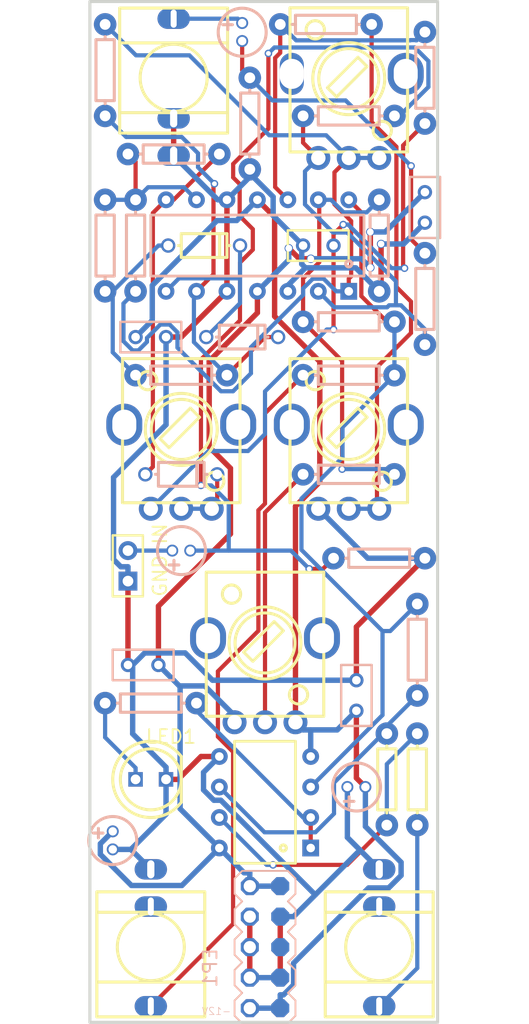
<source format=kicad_pcb>
(kicad_pcb (version 20171130) (host pcbnew "(5.1.5)-3") (page "A4") (layers (0 "F.Cu" signal) (31 "B.Cu" signal) (32 "B.Adhes" user) (33 "F.Adhes" user) (34 "B.Paste" user) (35 "F.Paste" user) (36 "B.SilkS" user) (37 "F.SilkS" user) (38 "B.Mask" user) (39 "F.Mask" user) (40 "Dwgs.User" user) (41 "Cmts.User" user) (42 "Eco1.User" user) (43 "Eco2.User" user) (44 "Edge.Cuts" user) (45 "Margin" user) (46 "B.CrtYd" user) (47 "F.CrtYd" user) (48 "B.Fab" user hide) (49 "F.Fab" user hide)) (net 0 "") (net 1 "-12V") (net 2 "12V") (net 3 "ATK_4") (net 4 "ATK_5") (net 5 "C1_2") (net 6 "C2_2") (net 7 "D2_C") (net 8 "D3_A") (net 9 "GAIN_4") (net 10 "GAIN_5") (net 11 "GND") (net 12 "H1_2") (net 13 "J1_3") (net 14 "LED") (net 15 "OFFSET_4") (net 16 "OFFSET_5") (net 17 "OUT") (net 18 "R10_2") (net 19 "R12_2") (net 20 "R13_2") (net 21 "R17_2") (net 22 "R18_2") (net 23 "R19_2") (net 24 "R7_2") (net 25 "REL_4") (net 26 "REL_5") (net 27 "U1_1") (net 28 "U1_13") (net 29 "U1_2") (net 30 "U1_6") (net 31 "U1_7") (net 32 "U1_8") (net 33 "U1_9") (net 34 "U2_1") (net 35 "U2_7") (segment (start 33.02 98.552) (end 31.246 100.326) (width 0.45) (layer "B.Cu") (net 11)) (segment (start 31.246 100.326) (end 29.365 100.326) (width 0.45) (layer "B.Cu") (net 11)) (segment (start 23.057 102.311) (end 27.254 102.311) (width 0.45) (layer "B.Cu") (net 11)) (segment (start 27.254 102.311) (end 29.21 104.267) (width 0.45) (layer "B.Cu") (net 11)) (segment (start 22.86 100.457) (end 22.747 100.57) (width 0.45) (layer "B.Cu") (net 11)) (segment (start 22.747 100.57) (end 22.747 102.002) (width 0.45) (layer "B.Cu") (net 11)) (segment (start 22.747 102.002) (end 23.057 102.311) (width 0.45) (layer "B.Cu") (net 11)) (segment (start 23.057 102.311) (end 21.59 103.778) (width 0.45) (layer "B.Cu") (net 11)) (segment (start 21.59 103.778) (end 21.59 104.267) (width 0.45) (layer "B.Cu") (net 11)) (segment (start 12.065 92.967) (end 15.745 96.647) (width 0.45) (layer "B.Cu") (net 11)) (segment (start 15.745 96.647) (end 16.51 96.647) (width 0.45) (layer "B.Cu") (net 11)) (segment (start 18.561 94.596) (end 20.364 96.399) (width 0.45) (layer "B.Cu") (net 11)) (segment (start 20.364 96.399) (end 20.364 97.961) (width 0.45) (layer "B.Cu") (net 11)) (segment (start 20.364 97.961) (end 22.86 100.457) (width 0.45) (layer "B.Cu") (net 11)) (segment (start 18.415 94.107) (end 18.415 94.45) (width 0.45) (layer "B.Cu") (net 11)) (segment (start 18.415 94.45) (end 18.561 94.596) (width 0.45) (layer "B.Cu") (net 11)) (segment (start 16.51 96.647) (end 18.561 94.596) (width 0.45) (layer "B.Cu") (net 11)) (segment (start 8.255 128.397) (end 8.255 127.204) (width 0.45) (layer "B.Cu") (net 11)) (segment (start 8.255 127.204) (end 7.659 127.204) (width 0.45) (layer "B.Cu") (net 11)) (segment (start 7.659 127.204) (end 7.053 126.599) (width 0.45) (layer "B.Cu") (net 11)) (segment (start 7.053 126.599) (end 7.053 119.754) (width 0.45) (layer "B.Cu") (net 11)) (segment (start 7.053 119.754) (end 11.43 115.378) (width 0.45) (layer "B.Cu") (net 11)) (segment (start 11.43 115.378) (end 11.43 108.077) (width 0.45) (layer "B.Cu") (net 11)) (segment (start 22.065 156.337) (end 23.878 154.523) (width 0.45) (layer "B.Cu") (net 11)) (segment (start 15.875 143.002) (end 14.557 144.32) (width 0.45) (layer "B.Cu") (net 11)) (segment (start 14.557 144.32) (end 14.557 145.785) (width 0.45) (layer "B.Cu") (net 11)) (segment (start 14.557 145.785) (end 15.418 146.646) (width 0.45) (layer "B.Cu") (net 11)) (segment (start 15.418 146.646) (end 16.001 146.646) (width 0.45) (layer "B.Cu") (net 11)) (segment (start 16.001 146.646) (end 23.878 154.523) (width 0.45) (layer "B.Cu") (net 11)) (segment (start 8.647 135.382) (end 8.647 141.113) (width 0.45) (layer "B.Cu") (net 11)) (segment (start 8.647 141.113) (end 11.43 143.896) (width 0.45) (layer "B.Cu") (net 11)) (segment (start 27.305 136.652) (end 15.302 136.652) (width 0.45) (layer "B.Cu") (net 11)) (segment (start 15.302 136.652) (end 13.029 134.379) (width 0.45) (layer "B.Cu") (net 11)) (segment (start 13.029 134.379) (end 9.65 134.379) (width 0.45) (layer "B.Cu") (net 11)) (segment (start 9.65 134.379) (end 8.647 135.382) (width 0.45) (layer "B.Cu") (net 11)) (segment (start 8.647 135.382) (end 8.255 135.382) (width 0.45) (layer "B.Cu") (net 11)) (segment (start 11.43 144.907) (end 11.43 143.896) (width 0.45) (layer "B.Cu") (net 11)) (segment (start 27.608 150.794) (end 26.554 149.741) (width 0.45) (layer "B.Cu") (net 11)) (segment (start 26.554 149.741) (end 26.554 145.542) (width 0.45) (layer "B.Cu") (net 11)) (segment (start 29.21 152.397) (end 27.608 150.794) (width 0.45) (layer "B.Cu") (net 11)) (segment (start 20.955 156.337) (end 22.065 156.337) (width 0.45) (layer "B.Cu") (net 11)) (segment (start 20.955 161.417) (end 18.415 161.417) (width 0.45) (layer "B.Cu") (net 11)) (segment (start 8.501 150.738) (end 6.985 150.738) (width 0.45) (layer "B.Cu") (net 11)) (segment (start 10.16 152.397) (end 8.501 150.738) (width 0.45) (layer "B.Cu") (net 11)) (segment (start 11.43 144.907) (end 11.43 147.808) (width 0.45) (layer "B.Cu") (net 11)) (segment (start 11.43 147.808) (end 8.501 150.738) (width 0.45) (layer "B.Cu") (net 11)) (segment (start 24.13 122.372) (end 28.25 126.492) (width 0.45) (layer "B.Cu") (net 11)) (segment (start 28.25 126.492) (end 33.02 126.492) (width 0.45) (layer "B.Cu") (net 11)) (segment (start 17.602 103.185) (end 17.602 105.258) (width 0.35) (layer "B.Cu") (net 31)) (segment (start 17.602 105.258) (end 14.783 108.077) (width 0.35) (layer "B.Cu") (net 31)) (segment (start 17.602 100.457) (end 17.602 103.185) (width 0.35) (layer "B.Cu") (net 31)) (segment (start 11.43 104.267) (end 12.512 103.185) (width 0.35) (layer "B.Cu") (net 31)) (segment (start 12.512 103.185) (end 17.602 103.185) (width 0.35) (layer "B.Cu") (net 31)) (segment (start 6.35 89.662) (end 8.105 91.417) (width 0.35) (layer "B.Cu") (net 30)) (segment (start 8.105 91.417) (end 12.74 91.417) (width 0.35) (layer "B.Cu") (net 30)) (segment (start 12.74 91.417) (end 14.098 92.775) (width 0.35) (layer "B.Cu") (net 30)) (segment (start 14.098 92.775) (end 14.098 93.944) (width 0.35) (layer "B.Cu") (net 30)) (segment (start 14.098 93.944) (end 15.465 95.311) (width 0.35) (layer "B.Cu") (net 30)) (segment (start 16.51 111.252) (end 13.755 108.497) (width 0.35) (layer "B.Cu") (net 30)) (segment (start 13.755 108.497) (end 13.755 104.482) (width 0.35) (layer "B.Cu") (net 30)) (segment (start 13.755 104.482) (end 13.97 104.267) (width 0.35) (layer "B.Cu") (net 30)) (segment (start 15.24 122.372) (end 12.7 122.372) (width 0.35) (layer "B.Cu") (net 7)) (segment (start 30.604 105.43) (end 30.604 103.434) (width 0.35) (layer "B.Cu") (net 29)) (segment (start 30.604 103.434) (end 26.539 99.369) (width 0.35) (layer "B.Cu") (net 29)) (segment (start 26.539 99.369) (end 25.355 99.369) (width 0.35) (layer "B.Cu") (net 29)) (segment (start 25.355 99.369) (end 23.019 97.034) (width 0.35) (layer "B.Cu") (net 29)) (segment (start 23.019 97.034) (end 23.019 94.273) (width 0.35) (layer "B.Cu") (net 29)) (segment (start 23.019 94.273) (end 24.13 93.162) (width 0.35) (layer "B.Cu") (net 29)) (segment (start 30.604 105.43) (end 31.025 105.43) (width 0.35) (layer "B.Cu") (net 29)) (segment (start 31.025 105.43) (end 33.02 107.425) (width 0.35) (layer "B.Cu") (net 29)) (segment (start 33.02 107.425) (end 33.02 108.712) (width 0.35) (layer "B.Cu") (net 29)) (segment (start 24.13 104.267) (end 25.462 105.599) (width 0.35) (layer "B.Cu") (net 29)) (segment (start 25.462 105.599) (end 29.869 105.599) (width 0.35) (layer "B.Cu") (net 29)) (segment (start 29.869 105.599) (end 30.038 105.43) (width 0.35) (layer "B.Cu") (net 29)) (segment (start 30.038 105.43) (end 30.604 105.43) (width 0.35) (layer "B.Cu") (net 29)) (segment (start 16.658 125.857) (end 21.847 125.857) (width 0.35) (layer "B.Cu") (net 18)) (segment (start 21.847 125.857) (end 23.37 127.38) (width 0.35) (layer "B.Cu") (net 18)) (segment (start 13.451 125.857) (end 16.658 125.857) (width 0.35) (layer "B.Cu") (net 18)) (segment (start 16.658 125.857) (end 16.658 121.886) (width 0.35) (layer "B.Cu") (net 18)) (segment (start 16.658 121.886) (end 15.201 120.429) (width 0.35) (layer "B.Cu") (net 18)) (segment (start 15.201 120.429) (end 14.342 120.429) (width 0.35) (layer "B.Cu") (net 18)) (segment (start 19.968 84.458) (end 20.462 83.964) (width 0.35) (layer "B.Cu") (net 18)) (segment (start 20.462 83.964) (end 32.178 83.964) (width 0.35) (layer "B.Cu") (net 18)) (segment (start 32.178 83.964) (end 33.312 85.097) (width 0.35) (layer "B.Cu") (net 18)) (segment (start 33.312 85.097) (end 33.312 87.252) (width 0.35) (layer "B.Cu") (net 18)) (segment (start 33.312 87.252) (end 30.902 89.662) (width 0.35) (layer "B.Cu") (net 18)) (segment (start 30.902 89.662) (end 30.48 89.662) (width 0.35) (layer "B.Cu") (net 18)) (segment (start 13.97 96.647) (end 12.924 95.601) (width 0.35) (layer "B.Cu") (net 33)) (segment (start 12.924 95.601) (end 9.936 95.601) (width 0.35) (layer "B.Cu") (net 33)) (segment (start 9.936 95.601) (end 8.89 96.647) (width 0.35) (layer "B.Cu") (net 33)) (segment (start 6.35 96.647) (end 8.89 96.647) (width 0.35) (layer "B.Cu") (net 33)) (segment (start 26.67 104.267) (end 25.621 104.267) (width 0.35) (layer "B.Cu") (net 27)) (segment (start 8.89 104.267) (end 7.879 105.278) (width 0.35) (layer "B.Cu") (net 27)) (segment (start 7.879 105.278) (end 7.879 108.421) (width 0.35) (layer "B.Cu") (net 27)) (segment (start 7.879 108.421) (end 8.647 109.19) (width 0.35) (layer "B.Cu") (net 27)) (segment (start 8.647 109.19) (end 9.125 109.19) (width 0.35) (layer "B.Cu") (net 27)) (segment (start 9.125 109.19) (end 9.843 108.472) (width 0.35) (layer "B.Cu") (net 27)) (segment (start 9.843 108.472) (end 9.843 108.143) (width 0.35) (layer "B.Cu") (net 27)) (segment (start 9.843 108.143) (end 10.954 107.032) (width 0.35) (layer "B.Cu") (net 27)) (segment (start 10.954 107.032) (end 11.733 107.032) (width 0.35) (layer "B.Cu") (net 27)) (segment (start 11.733 107.032) (end 12.383 107.682) (width 0.35) (layer "B.Cu") (net 27)) (segment (start 12.383 107.682) (end 12.383 108.961) (width 0.35) (layer "B.Cu") (net 27)) (segment (start 12.383 108.961) (end 16.012 112.59) (width 0.35) (layer "B.Cu") (net 27)) (segment (start 16.012 112.59) (end 17.022 112.59) (width 0.35) (layer "B.Cu") (net 27)) (segment (start 17.022 112.59) (end 18.51 111.102) (width 0.35) (layer "B.Cu") (net 27)) (segment (start 18.51 111.102) (end 18.51 108.925) (width 0.35) (layer "B.Cu") (net 27)) (segment (start 18.51 108.925) (end 22.867 104.569) (width 0.35) (layer "B.Cu") (net 27)) (segment (start 22.867 104.569) (end 22.867 104.023) (width 0.35) (layer "B.Cu") (net 27)) (segment (start 22.867 104.023) (end 23.672 103.218) (width 0.35) (layer "B.Cu") (net 27)) (segment (start 23.672 103.218) (end 24.571 103.218) (width 0.35) (layer "B.Cu") (net 27)) (segment (start 24.571 103.218) (end 25.621 104.267) (width 0.35) (layer "B.Cu") (net 27)) (segment (start 6.35 82.042) (end 8.926 84.618) (width 0.35) (layer "B.Cu") (net 27)) (segment (start 8.926 84.618) (end 13.38 84.618) (width 0.35) (layer "B.Cu") (net 27)) (segment (start 13.38 84.618) (end 20.036 91.274) (width 0.35) (layer "B.Cu") (net 27)) (segment (start 20.036 91.274) (end 24.782 91.274) (width 0.35) (layer "B.Cu") (net 27)) (segment (start 24.782 91.274) (end 26.67 93.162) (width 0.35) (layer "B.Cu") (net 27)) (segment (start 29.21 93.162) (end 26.67 93.162) (width 0.35) (layer "B.Cu") (net 27)) (segment (start 33.02 96.012) (end 29.707 99.325) (width 0.45) (layer "B.Cu") (net 2)) (segment (start 29.707 99.325) (end 28.469 99.325) (width 0.45) (layer "B.Cu") (net 2)) (segment (start 23.503 101.556) (end 27.727 101.556) (width 0.45) (layer "B.Cu") (net 2)) (segment (start 27.727 101.556) (end 28.469 102.297) (width 0.45) (layer "B.Cu") (net 2)) (segment (start 19.05 104.267) (end 21.667 101.65) (width 0.45) (layer "B.Cu") (net 2)) (segment (start 21.667 101.65) (end 21.667 100.682) (width 0.45) (layer "B.Cu") (net 2)) (segment (start 21.667 100.682) (end 21.667 100.682) (width 0.45) (layer "B.Cu") (net 2)) (segment (start 12.604 137.126) (end 14.663 137.126) (width 0.45) (layer "B.Cu") (net 2)) (segment (start 14.663 137.126) (end 17.145 139.608) (width 0.45) (layer "B.Cu") (net 2)) (segment (start 17.145 139.608) (end 17.145 140.152) (width 0.45) (layer "B.Cu") (net 2)) (segment (start 10.795 135.382) (end 12.539 137.126) (width 0.45) (layer "B.Cu") (net 2)) (segment (start 12.539 137.126) (end 12.604 137.126) (width 0.45) (layer "B.Cu") (net 2)) (segment (start 15.875 150.622) (end 12.604 147.351) (width 0.45) (layer "B.Cu") (net 2)) (segment (start 12.604 147.351) (end 12.604 137.126) (width 0.45) (layer "B.Cu") (net 2)) (segment (start 6.985 149.236) (end 5.95 150.271) (width 0.45) (layer "B.Cu") (net 2)) (segment (start 5.95 150.271) (end 5.95 151.149) (width 0.45) (layer "B.Cu") (net 2)) (segment (start 5.95 151.149) (end 8.545 153.744) (width 0.45) (layer "B.Cu") (net 2)) (segment (start 8.545 153.744) (end 12.753 153.744) (width 0.45) (layer "B.Cu") (net 2)) (segment (start 12.753 153.744) (end 15.875 150.622) (width 0.45) (layer "B.Cu") (net 2)) (segment (start 15.875 150.622) (end 17.94 152.687) (width 0.45) (layer "B.Cu") (net 2)) (segment (start 17.94 152.687) (end 18.415 152.687) (width 0.45) (layer "B.Cu") (net 2)) (segment (start 20.955 153.797) (end 18.415 153.797) (width 0.45) (layer "B.Cu") (net 2)) (segment (start 18.415 153.797) (end 18.415 152.687) (width 0.45) (layer "B.Cu") (net 2)) (segment (start 8.89 108.077) (end 10.281 106.686) (width 0.45) (layer "B.Cu") (net 1)) (segment (start 10.281 106.686) (end 10.281 103.777) (width 0.45) (layer "B.Cu") (net 1)) (segment (start 10.281 103.777) (end 15.684 98.373) (width 0.45) (layer "B.Cu") (net 1)) (segment (start 15.684 98.373) (end 17.324 98.373) (width 0.45) (layer "B.Cu") (net 1)) (segment (start 17.324 98.373) (end 19.05 96.647) (width 0.45) (layer "B.Cu") (net 1)) (segment (start 20.955 163.957) (end 20.955 162.847) (width 0.45) (layer "B.Cu") (net 1)) (segment (start 20.955 162.847) (end 21.233 162.847) (width 0.45) (layer "B.Cu") (net 1)) (segment (start 21.233 162.847) (end 22.065 162.015) (width 0.45) (layer "B.Cu") (net 1)) (segment (start 22.065 162.015) (end 22.065 160.208) (width 0.45) (layer "B.Cu") (net 1)) (segment (start 22.065 160.208) (end 28.326 153.947) (width 0.45) (layer "B.Cu") (net 1)) (segment (start 28.326 153.947) (end 29.995 153.947) (width 0.45) (layer "B.Cu") (net 1)) (segment (start 29.995 153.947) (end 31.034 152.907) (width 0.45) (layer "B.Cu") (net 1)) (segment (start 31.034 152.907) (end 31.034 151.809) (width 0.45) (layer "B.Cu") (net 1)) (segment (start 31.034 151.809) (end 28.056 148.831) (width 0.45) (layer "B.Cu") (net 1)) (segment (start 28.056 148.831) (end 28.056 145.542) (width 0.45) (layer "B.Cu") (net 1)) (segment (start 18.415 163.957) (end 20.955 163.957) (width 0.45) (layer "B.Cu") (net 1)) (segment (start 23.495 140.787) (end 25.71 140.787) (width 0.45) (layer "B.Cu") (net 1)) (segment (start 25.71 140.787) (end 27.305 139.192) (width 0.45) (layer "B.Cu") (net 1)) (segment (start 22.225 140.152) (end 22.86 140.787) (width 0.45) (layer "B.Cu") (net 1)) (segment (start 22.86 140.787) (end 23.495 140.787) (width 0.45) (layer "B.Cu") (net 1)) (segment (start 23.495 140.787) (end 23.495 143.002) (width 0.45) (layer "B.Cu") (net 1)) (segment (start 33.02 82.677) (end 32.326 83.371) (width 0.35) (layer "B.Cu") (net 17)) (segment (start 32.326 83.371) (end 32.274 83.371) (width 0.35) (layer "B.Cu") (net 17)) (segment (start 32.274 83.371) (end 32.253 83.351) (width 0.35) (layer "B.Cu") (net 17)) (segment (start 32.253 83.351) (end 31.822 83.351) (width 0.35) (layer "B.Cu") (net 17)) (segment (start 31.822 83.351) (end 31.801 83.371) (width 0.35) (layer "B.Cu") (net 17)) (segment (start 31.801 83.371) (end 22.284 83.371) (width 0.35) (layer "B.Cu") (net 17)) (segment (start 22.284 83.371) (end 20.955 82.042) (width 0.35) (layer "B.Cu") (net 17)) (segment (start 24.13 96.647) (end 25.192 96.647) (width 0.35) (layer "B.Cu") (net 28)) (segment (start 25.192 96.647) (end 25.192 96.647) (width 0.35) (layer "B.Cu") (net 28)) (segment (start 25.192 96.647) (end 26.237 97.692) (width 0.35) (layer "B.Cu") (net 28)) (segment (start 26.237 97.692) (end 28.165 97.692) (width 0.35) (layer "B.Cu") (net 28)) (segment (start 28.165 97.692) (end 29.21 96.647) (width 0.35) (layer "B.Cu") (net 28)) (segment (start 26.116 119.072) (end 30.045 119.072) (width 0.35) (layer "B.Cu") (net 28)) (segment (start 30.045 119.072) (end 30.48 119.507) (width 0.35) (layer "B.Cu") (net 28)) (segment (start 30.48 111.252) (end 26.148 115.584) (width 0.35) (layer "B.Cu") (net 14)) (segment (start 26.148 115.584) (end 26.148 118.104) (width 0.35) (layer "B.Cu") (net 14)) (segment (start 26.148 118.104) (end 22.724 121.529) (width 0.35) (layer "B.Cu") (net 14)) (segment (start 22.724 121.529) (end 22.724 125.794) (width 0.35) (layer "B.Cu") (net 14)) (segment (start 22.724 125.794) (end 29.486 132.556) (width 0.35) (layer "B.Cu") (net 14)) (segment (start 32.385 130.302) (end 30.131 132.556) (width 0.35) (layer "B.Cu") (net 14)) (segment (start 30.131 132.556) (end 29.486 132.556) (width 0.35) (layer "B.Cu") (net 14)) (segment (start 29.486 132.556) (end 29.486 139.551) (width 0.35) (layer "B.Cu") (net 14)) (segment (start 29.486 139.551) (end 23.495 145.542) (width 0.35) (layer "B.Cu") (net 14)) (segment (start 30.48 106.807) (end 30.48 111.252) (width 0.35) (layer "B.Cu") (net 14)) (segment (start 18.415 86.487) (end 20.303 88.375) (width 0.35) (layer "B.Cu") (net 5)) (segment (start 20.303 88.375) (end 26.414 88.375) (width 0.35) (layer "B.Cu") (net 5)) (segment (start 26.414 88.375) (end 31.866 93.827) (width 0.35) (layer "B.Cu") (net 5)) (segment (start 12.065 81.567) (end 17.421 81.567) (width 0.35) (layer "B.Cu") (net 13)) (segment (start 17.421 81.567) (end 17.78 81.926) (width 0.35) (layer "B.Cu") (net 13)) (segment (start 8.255 125.857) (end 11.949 125.857) (width 0.35) (layer "B.Cu") (net 12)) (segment (start 6.984 104.267) (end 6.984 109.346) (width 0.35) (layer "B.Cu") (net 8)) (segment (start 6.984 109.346) (end 8.89 111.252) (width 0.35) (layer "B.Cu") (net 8)) (segment (start 11.608 100.457) (end 10.794 100.457) (width 0.35) (layer "B.Cu") (net 8)) (segment (start 10.794 100.457) (end 6.984 104.267) (width 0.35) (layer "B.Cu") (net 8)) (segment (start 6.984 104.267) (end 6.35 104.267) (width 0.35) (layer "B.Cu") (net 8)) (segment (start 26.208 98.708) (end 26.615 98.708) (width 0.35) (layer "B.Cu") (net 6)) (segment (start 26.615 98.708) (end 30.249 102.342) (width 0.35) (layer "B.Cu") (net 6)) (segment (start 30.249 102.342) (end 31.318 102.342) (width 0.35) (layer "B.Cu") (net 6)) (segment (start 10.16 122.372) (end 14.967 117.565) (width 0.35) (layer "B.Cu") (net 6)) (segment (start 14.967 117.565) (end 18.273 117.565) (width 0.35) (layer "B.Cu") (net 6)) (segment (start 18.273 117.565) (end 19.685 116.153) (width 0.35) (layer "B.Cu") (net 6)) (segment (start 19.685 116.153) (end 19.685 112.6) (width 0.35) (layer "B.Cu") (net 6)) (segment (start 19.685 112.6) (end 24.839 107.446) (width 0.35) (layer "B.Cu") (net 6)) (segment (start 24.839 107.446) (end 25.4 107.446) (width 0.35) (layer "B.Cu") (net 6)) (segment (start 29.21 122.372) (end 26.67 122.372) (width 0.35) (layer "B.Cu") (net 24)) (segment (start 29.845 141.097) (end 29.528 141.097) (width 0.35) (layer "B.Cu") (net 21)) (segment (start 29.528 141.097) (end 25.441 145.183) (width 0.35) (layer "B.Cu") (net 21)) (segment (start 25.441 145.183) (end 25.441 147.761) (width 0.35) (layer "B.Cu") (net 21)) (segment (start 25.441 147.761) (end 23.888 149.314) (width 0.35) (layer "B.Cu") (net 21)) (segment (start 23.888 149.314) (end 19.647 149.314) (width 0.35) (layer "B.Cu") (net 21)) (segment (start 19.647 149.314) (end 15.875 145.542) (width 0.35) (layer "B.Cu") (net 21)) (segment (start 29.845 141.097) (end 29.845 140.462) (width 0.35) (layer "B.Cu") (net 21)) (segment (start 29.845 140.462) (end 32.385 137.922) (width 0.35) (layer "B.Cu") (net 21)) (segment (start 23.495 148.082) (end 22.865 148.082) (width 0.35) (layer "B.Cu") (net 34)) (segment (start 22.865 148.082) (end 13.97 139.187) (width 0.35) (layer "B.Cu") (net 34)) (segment (start 13.97 139.187) (end 13.97 138.557) (width 0.35) (layer "B.Cu") (net 34)) (segment (start 8.89 144.907) (end 8.89 143.95) (width 0.35) (layer "B.Cu") (net 23)) (segment (start 8.89 143.95) (end 6.35 141.41) (width 0.35) (layer "B.Cu") (net 23)) (segment (start 6.35 141.41) (end 6.35 138.557) (width 0.35) (layer "B.Cu") (net 23)) (segment (start 15.875 148.082) (end 19.82 152.027) (width 0.35) (layer "B.Cu") (net 35)) (segment (start 19.82 152.027) (end 20.352 152.027) (width 0.35) (layer "B.Cu") (net 35)) (segment (start 32.385 141.097) (end 29.845 143.637) (width 0.35) (layer "B.Cu") (net 35)) (segment (start 29.845 143.637) (end 29.845 148.717) (width 0.35) (layer "B.Cu") (net 35)) (segment (start 29.21 163.797) (end 32.385 160.622) (width 0.35) (layer "B.Cu") (net 22)) (segment (start 32.385 160.622) (end 32.385 148.717) (width 0.35) (layer "B.Cu") (net 22)) (gr_line (start 5.08 80.137) (end 34.08 80.137) (width 0.254) (layer "Edge.Cuts")) (gr_line (start 34.08 80.137) (end 34.08 165.137) (width 0.254) (layer "Edge.Cuts")) (gr_line (start 34.08 165.137) (end 5.08 165.137) (width 0.254) (layer "Edge.Cuts")) (gr_line (start 5.08 165.137) (end 5.08 80.137) (width 0.254) (layer "Edge.Cuts")) (segment (start 20.955 158.877) (end 20.955 156.337) (width 0.45) (layer "F.Cu") (net 11)) (segment (start 29.21 104.267) (end 29.365 104.112) (width 0.45) (layer "F.Cu") (net 11)) (segment (start 29.365 104.112) (end 29.365 100.326) (width 0.45) (layer "F.Cu") (net 11)) (segment (start 16.51 96.647) (end 16.51 104.267) (width 0.45) (layer "F.Cu") (net 11)) (segment (start 11.43 108.077) (end 12.7 108.077) (width 0.45) (layer "F.Cu") (net 11)) (segment (start 12.7 108.077) (end 16.51 104.267) (width 0.45) (layer "F.Cu") (net 11)) (segment (start 18.415 161.417) (end 18.415 158.877) (width 0.45) (layer "F.Cu") (net 11)) (segment (start 20.955 161.417) (end 20.955 158.877) (width 0.45) (layer "F.Cu") (net 11)) (segment (start 33.02 126.492) (end 27.305 132.207) (width 0.45) (layer "F.Cu") (net 11)) (segment (start 27.305 132.207) (end 27.305 136.652) (width 0.45) (layer "F.Cu") (net 11)) (segment (start 11.43 144.907) (end 12.441 144.907) (width 0.45) (layer "F.Cu") (net 11)) (segment (start 15.875 143.002) (end 14.346 143.002) (width 0.45) (layer "F.Cu") (net 11)) (segment (start 14.346 143.002) (end 12.441 144.907) (width 0.45) (layer "F.Cu") (net 11)) (segment (start 8.255 128.397) (end 8.255 135.382) (width 0.45) (layer "F.Cu") (net 11)) (segment (start 12.065 92.967) (end 12.065 89.867) (width 0.45) (layer "F.Cu") (net 11)) (segment (start 13.97 104.267) (end 15.388 102.849) (width 0.35) (layer "F.Cu") (net 30)) (segment (start 15.388 102.849) (end 15.388 95.388) (width 0.35) (layer "F.Cu") (net 30)) (segment (start 15.388 95.388) (end 15.465 95.311) (width 0.35) (layer "F.Cu") (net 30)) (segment (start 16.51 111.252) (end 19.685 108.077) (width 0.35) (layer "F.Cu") (net 30)) (segment (start 19.685 108.077) (end 20.777 108.077) (width 0.35) (layer "F.Cu") (net 30)) (segment (start 15.24 122.372) (end 15.697 121.915) (width 0.35) (layer "F.Cu") (net 7)) (segment (start 15.697 121.915) (end 15.697 119.507) (width 0.35) (layer "F.Cu") (net 7)) (segment (start 24.13 93.162) (end 22.86 91.892) (width 0.35) (layer "F.Cu") (net 29)) (segment (start 22.86 91.892) (end 22.86 89.662) (width 0.35) (layer "F.Cu") (net 29)) (segment (start 14.342 120.429) (end 14.342 109.947) (width 0.35) (layer "F.Cu") (net 18)) (segment (start 14.342 109.947) (end 17.596 106.693) (width 0.35) (layer "F.Cu") (net 18)) (segment (start 17.596 106.693) (end 17.596 101.873) (width 0.35) (layer "F.Cu") (net 18)) (segment (start 17.596 101.873) (end 18.667 100.801) (width 0.35) (layer "F.Cu") (net 18)) (segment (start 18.667 100.801) (end 18.667 99.091) (width 0.35) (layer "F.Cu") (net 18)) (segment (start 18.667 99.091) (end 17.57 97.994) (width 0.35) (layer "F.Cu") (net 18)) (segment (start 17.57 97.994) (end 17.57 95.332) (width 0.35) (layer "F.Cu") (net 18)) (segment (start 17.57 95.332) (end 17.029 94.791) (width 0.35) (layer "F.Cu") (net 18)) (segment (start 17.029 94.791) (end 17.029 93.661) (width 0.35) (layer "F.Cu") (net 18)) (segment (start 17.029 93.661) (end 19.968 90.722) (width 0.35) (layer "F.Cu") (net 18)) (segment (start 19.968 90.722) (end 19.968 84.458) (width 0.35) (layer "F.Cu") (net 18)) (segment (start 25.4 126.492) (end 24.512 127.38) (width 0.35) (layer "F.Cu") (net 18)) (segment (start 24.512 127.38) (end 23.37 127.38) (width 0.35) (layer "F.Cu") (net 18)) (segment (start 8.255 92.837) (end 8.89 93.472) (width 0.35) (layer "F.Cu") (net 33)) (segment (start 8.89 93.472) (end 8.89 96.647) (width 0.35) (layer "F.Cu") (net 33)) (segment (start 26.67 104.267) (end 26.67 103.218) (width 0.35) (layer "F.Cu") (net 27)) (segment (start 26.67 103.218) (end 26.87 103.018) (width 0.35) (layer "F.Cu") (net 27)) (segment (start 26.87 103.018) (end 26.87 98.416) (width 0.35) (layer "F.Cu") (net 27)) (segment (start 26.87 98.416) (end 25.477 97.023) (width 0.35) (layer "F.Cu") (net 27)) (segment (start 25.477 97.023) (end 25.477 94.355) (width 0.35) (layer "F.Cu") (net 27)) (segment (start 25.477 94.355) (end 26.67 93.162) (width 0.35) (layer "F.Cu") (net 27)) (segment (start 28.469 99.325) (end 28.469 102.297) (width 0.45) (layer "F.Cu") (net 2)) (segment (start 21.667 100.682) (end 22.54 101.556) (width 0.45) (layer "F.Cu") (net 2)) (segment (start 22.54 101.556) (end 23.503 101.556) (width 0.45) (layer "F.Cu") (net 2)) (segment (start 10.795 135.382) (end 10.795 130.479) (width 0.45) (layer "F.Cu") (net 2)) (segment (start 10.795 130.479) (end 16.803 124.471) (width 0.45) (layer "F.Cu") (net 2)) (segment (start 16.803 124.471) (end 16.803 119.001) (width 0.45) (layer "F.Cu") (net 2)) (segment (start 16.803 119.001) (end 15.03 117.228) (width 0.45) (layer "F.Cu") (net 2)) (segment (start 15.03 117.228) (end 15.03 110.08) (width 0.45) (layer "F.Cu") (net 2)) (segment (start 15.03 110.08) (end 19.05 106.06) (width 0.45) (layer "F.Cu") (net 2)) (segment (start 19.05 106.06) (end 19.05 104.267) (width 0.45) (layer "F.Cu") (net 2)) (segment (start 22.225 140.152) (end 22.225 122.167) (width 0.45) (layer "F.Cu") (net 1)) (segment (start 22.225 122.167) (end 24.255 120.137) (width 0.45) (layer "F.Cu") (net 1)) (segment (start 24.255 120.137) (end 24.255 110.119) (width 0.45) (layer "F.Cu") (net 1)) (segment (start 24.255 110.119) (end 20.486 106.35) (width 0.45) (layer "F.Cu") (net 1)) (segment (start 20.486 106.35) (end 20.486 98.083) (width 0.45) (layer "F.Cu") (net 1)) (segment (start 20.486 98.083) (end 19.05 96.647) (width 0.45) (layer "F.Cu") (net 1)) (segment (start 27.305 139.192) (end 27.305 144.791) (width 0.45) (layer "F.Cu") (net 1)) (segment (start 27.305 144.791) (end 28.056 145.542) (width 0.45) (layer "F.Cu") (net 1)) (segment (start 21.59 96.647) (end 20.53 95.587) (width 0.35) (layer "F.Cu") (net 17)) (segment (start 20.53 95.587) (end 20.53 84.831) (width 0.35) (layer "F.Cu") (net 17)) (segment (start 20.53 84.831) (end 20.955 84.406) (width 0.35) (layer "F.Cu") (net 17)) (segment (start 20.955 84.406) (end 20.955 82.042) (width 0.35) (layer "F.Cu") (net 17)) (segment (start 22.86 106.807) (end 22.86 103.197) (width 0.35) (layer "F.Cu") (net 28)) (segment (start 22.86 103.197) (end 24.209 101.848) (width 0.35) (layer "F.Cu") (net 28)) (segment (start 24.209 101.848) (end 24.209 96.726) (width 0.35) (layer "F.Cu") (net 28)) (segment (start 24.209 96.726) (end 24.13 96.647) (width 0.35) (layer "F.Cu") (net 28)) (segment (start 22.86 106.807) (end 26.116 110.063) (width 0.35) (layer "F.Cu") (net 28)) (segment (start 26.116 110.063) (end 26.116 119.072) (width 0.35) (layer "F.Cu") (net 28)) (segment (start 26.67 96.647) (end 27.72 97.697) (width 0.35) (layer "F.Cu") (net 14)) (segment (start 27.72 97.697) (end 27.72 104.667) (width 0.35) (layer "F.Cu") (net 14)) (segment (start 27.72 104.667) (end 29.86 106.807) (width 0.35) (layer "F.Cu") (net 14)) (segment (start 29.86 106.807) (end 30.48 106.807) (width 0.35) (layer "F.Cu") (net 14)) (segment (start 33.02 101.092) (end 31.866 99.938) (width 0.35) (layer "F.Cu") (net 5)) (segment (start 31.866 99.938) (end 31.866 93.827) (width 0.35) (layer "F.Cu") (net 5)) (segment (start 18.415 86.487) (end 17.78 85.852) (width 0.35) (layer "F.Cu") (net 5)) (segment (start 17.78 85.852) (end 17.78 83.428) (width 0.35) (layer "F.Cu") (net 5)) (segment (start 33.02 90.297) (end 31.204 92.113) (width 0.35) (layer "F.Cu") (net 6)) (segment (start 31.204 92.113) (end 31.204 102.228) (width 0.35) (layer "F.Cu") (net 6)) (segment (start 31.204 102.228) (end 31.318 102.342) (width 0.35) (layer "F.Cu") (net 6)) (segment (start 25.4 100.457) (end 25.4 99.516) (width 0.35) (layer "F.Cu") (net 6)) (segment (start 25.4 99.516) (end 26.208 98.708) (width 0.35) (layer "F.Cu") (net 6)) (segment (start 25.4 107.446) (end 25.4 100.457) (width 0.35) (layer "F.Cu") (net 6)) (segment (start 28.575 82.042) (end 28.575 90.162) (width 0.35) (layer "F.Cu") (net 24)) (segment (start 28.575 90.162) (end 30.643 92.231) (width 0.35) (layer "F.Cu") (net 24)) (segment (start 30.643 92.231) (end 30.643 103.906) (width 0.35) (layer "F.Cu") (net 24)) (segment (start 30.643 103.906) (end 31.859 105.122) (width 0.35) (layer "F.Cu") (net 24)) (segment (start 31.859 105.122) (end 31.859 107.74) (width 0.35) (layer "F.Cu") (net 24)) (segment (start 31.859 107.74) (end 29.023 110.577) (width 0.35) (layer "F.Cu") (net 24)) (segment (start 29.023 110.577) (end 29.023 122.185) (width 0.35) (layer "F.Cu") (net 24)) (segment (start 29.023 122.185) (end 29.21 122.372) (width 0.35) (layer "F.Cu") (net 24)) (segment (start 10.16 163.797) (end 17.023 156.934) (width 0.35) (layer "F.Cu") (net 19)) (segment (start 17.023 156.934) (end 17.023 142.622) (width 0.35) (layer "F.Cu") (net 19)) (segment (start 17.023 142.622) (end 15.755 141.353) (width 0.35) (layer "F.Cu") (net 19)) (segment (start 15.755 141.353) (end 15.755 135.914) (width 0.35) (layer "F.Cu") (net 19)) (segment (start 15.755 135.914) (end 19.133 132.536) (width 0.35) (layer "F.Cu") (net 19)) (segment (start 19.133 132.536) (end 19.133 122.496) (width 0.35) (layer "F.Cu") (net 19)) (segment (start 19.133 122.496) (end 19.685 121.944) (width 0.35) (layer "F.Cu") (net 19)) (segment (start 19.685 121.944) (end 19.685 114.427) (width 0.35) (layer "F.Cu") (net 19)) (segment (start 19.685 114.427) (end 22.86 111.252) (width 0.35) (layer "F.Cu") (net 19)) (segment (start 23.495 148.082) (end 23.495 150.622) (width 0.35) (layer "F.Cu") (net 34)) (segment (start 29.845 148.717) (end 26.535 152.027) (width 0.35) (layer "F.Cu") (net 35)) (segment (start 26.535 152.027) (end 20.352 152.027) (width 0.35) (layer "F.Cu") (net 35)) (segment (start 11.43 96.647) (end 10.331 97.746) (width 0.35) (layer "F.Cu") (net 32)) (segment (start 10.331 97.746) (end 10.331 118.879) (width 0.35) (layer "F.Cu") (net 32)) (segment (start 10.331 118.879) (end 9.703 119.507) (width 0.35) (layer "F.Cu") (net 32)) (segment (start 15.875 92.837) (end 12.065 96.647) (width 0.35) (layer "F.Cu") (net 32)) (segment (start 12.065 96.647) (end 11.43 96.647) (width 0.35) (layer "F.Cu") (net 32)) (segment (start 19.685 140.152) (end 19.685 122.682) (width 0.35) (layer "F.Cu") (net 20)) (segment (start 19.685 122.682) (end 22.86 119.507) (width 0.35) (layer "F.Cu") (net 20)) (segment (start 18.415 158.877) (end 18.415 156.337) (width 0.45) (layer "F.Cu") (net 11)) (gr_text "GND IN" (at 10.922 129.794 90) (layer "F.SilkS") (effects (font (size 1.143 1.143) (thickness 0.152)) (justify left))) (module "easyeda:SEEED-DO-35" (layer "F.Cu") (at 17.78 108.077 180) (fp_text value "DIODE1N4148" (at -1.905 1.27 0) (layer "B.Fab") (effects (font (size 0.8 0.8) (thickness 0.152)) (justify left mirror))) (fp_text reference "D1" (at 0.254 -1.27 180) (layer "B.SilkS") hide (effects (font (size 1.143 1.143) (thickness 0.152)) (justify left mirror))) (fp_line (start 1.905 0.991) (end 1.905 -0.991) (width 0.254) (layer "B.SilkS")) (fp_line (start 1.905 -0.991) (end -1.295 -0.991) (width 0.254) (layer "B.SilkS")) (fp_line (start -1.295 -0.991) (end -1.905 -0.991) (width 0.254) (layer "B.SilkS")) (fp_line (start -1.905 -0.991) (end -1.905 0.991) (width 0.254) (layer "B.SilkS")) (fp_line (start -1.905 0.991) (end -1.295 0.991) (width 0.254) (layer "B.SilkS")) (fp_line (start -1.295 0.991) (end 1.905 0.991) (width 0.254) (layer "B.SilkS")) (fp_line (start -1.295 0.991) (end -1.295 -0.991) (width 0.254) (layer "B.SilkS")) (fp_line (start -1.905 0) (end -2.159 0) (width 0.254) (layer "B.SilkS")) (fp_line (start 1.905 0) (end 2.159 0) (width 0.254) (layer "B.SilkS")) (pad "A" thru_hole circle (at 2.997 0 0) (size 1.199 1.199) (layers "*.Cu" "*.Paste" "*.Mask") (drill 0.798) (net 31 "U1_7")) (pad "C" thru_hole circle (at -2.997 0 0) (size 1.199 1.199) (layers "*.Cu" "*.Paste" "*.Mask") (drill 0.798) (net 30 "U1_6")) (fp_text user gge65c46a3126b47b4c (at 0 0) (layer "Cmts.User") (effects (font (size 1 1) (thickness 0.15))))) (module "easyeda:SEEED-DO-35" (layer "F.Cu") (at 12.7 119.507 180) (fp_text value "DIODE1N4148" (at -1.905 1.27 0) (layer "B.Fab") (effects (font (size 0.9 0.9) (thickness 0.152)) (justify left mirror))) (fp_text reference "D2" (at 0.254 -1.27 180) (layer "B.SilkS") hide (effects (font (size 1.143 1.143) (thickness 0.152)) (justify left mirror))) (fp_line (start 1.905 0.991) (end 1.905 -0.991) (width 0.254) (layer "B.SilkS")) (fp_line (start 1.905 -0.991) (end -1.295 -0.991) (width 0.254) (layer "B.SilkS")) (fp_line (start -1.295 -0.991) (end -1.905 -0.991) (width 0.254) (layer "B.SilkS")) (fp_line (start -1.905 -0.991) (end -1.905 0.991) (width 0.254) (layer "B.SilkS")) (fp_line (start -1.905 0.991) (end -1.295 0.991) (width 0.254) (layer "B.SilkS")) (fp_line (start -1.295 0.991) (end 1.905 0.991) (width 0.254) (layer "B.SilkS")) (fp_line (start -1.295 0.991) (end -1.295 -0.991) (width 0.254) (layer "B.SilkS")) (fp_line (start -1.905 0) (end -2.159 0) (width 0.254) (layer "B.SilkS")) (fp_line (start 1.905 0) (end 2.159 0) (width 0.254) (layer "B.SilkS")) (pad "A" thru_hole circle (at 2.997 0 0) (size 1.199 1.199) (layers "*.Cu" "*.Paste" "*.Mask") (drill 0.798) (net 32 "U1_8")) (pad "C" thru_hole circle (at -2.997 0 0) (size 1.199 1.199) (layers "*.Cu" "*.Paste" "*.Mask") (drill 0.798) (net 7 "D2_C")) (fp_text user gge168ed0de2d921f16 (at 0 0) (layer "Cmts.User") (effects (font (size 1 1) (thickness 0.15))))) (module "easyeda:R_AXIAL-0.3" (layer "F.Cu") (at 26.67 89.662 180) (fp_text value "4.7k" (at -1.158 -0.333 0) (layer "B.Fab") (effects (font (size 0.9 0.9) (thickness 0.152)) (justify left mirror))) (fp_text reference "R10" (at 0 -1.27 180) (layer "B.SilkS") hide (effects (font (size 1.143 1.143) (thickness 0.152)) (justify left mirror))) (fp_line (start 2.54 0) (end 2.794 0) (width 0.254) (layer "B.SilkS")) (fp_line (start -2.54 0) (end -2.794 0) (width 0.254) (layer "B.SilkS")) (fp_line (start 2.54 0) (end 2.54 -0.762) (width 0.254) (layer "B.SilkS")) (fp_line (start 2.54 0.762) (end 2.54 0) (width 0.254) (layer "B.SilkS")) (fp_line (start -2.54 0.762) (end 2.54 0.762) (width 0.254) (layer "B.SilkS")) (fp_line (start -2.54 0) (end -2.54 0.762) (width 0.254) (layer "B.SilkS")) (fp_line (start -2.54 -0.762) (end -2.54 0) (width 0.254) (layer "B.SilkS")) (fp_line (start 2.54 -0.762) (end -2.54 -0.762) (width 0.254) (layer "B.SilkS")) (pad 1 thru_hole circle (at 3.81 0 180) (size 1.88 1.88) (layers "*.Cu" "*.Paste" "*.Mask") (drill 0.899) (net 29 "U1_2")) (pad 2 thru_hole circle (at -3.81 0 180) (size 1.88 1.88) (layers "*.Cu" "*.Paste" "*.Mask") (drill 0.899) (net 18 "R10_2")) (fp_text user ggea2e9a47e1d447a4b (at 0 0) (layer "Cmts.User") (effects (font (size 1 1) (thickness 0.15))))) (module "easyeda:R_AXIAL-0.3" (layer "F.Cu") (at 8.89 100.457 90) (fp_text value "20k" (at -1.527 -0.333 -90) (layer "B.Fab") (effects (font (size 0.9 0.9) (thickness 0.152)) (justify left mirror))) (fp_text reference "R1" (at 0 -1.27 90) (layer "B.SilkS") hide (effects (font (size 1.143 1.143) (thickness 0.152)) (justify left mirror))) (fp_line (start 2.54 0) (end 2.794 0) (width 0.254) (layer "B.SilkS")) (fp_line (start -2.54 0) (end -2.794 0) (width 0.254) (layer "B.SilkS")) (fp_line (start 2.54 0) (end 2.54 -0.762) (width 0.254) (layer "B.SilkS")) (fp_line (start 2.54 0.762) (end 2.54 0) (width 0.254) (layer "B.SilkS")) (fp_line (start -2.54 0.762) (end 2.54 0.762) (width 0.254) (layer "B.SilkS")) (fp_line (start -2.54 0) (end -2.54 0.762) (width 0.254) (layer "B.SilkS")) (fp_line (start -2.54 -0.762) (end -2.54 0) (width 0.254) (layer "B.SilkS")) (fp_line (start 2.54 -0.762) (end -2.54 -0.762) (width 0.254) (layer "B.SilkS")) (pad 1 thru_hole circle (at 3.81 0 90) (size 1.88 1.88) (layers "*.Cu" "*.Paste" "*.Mask") (drill 0.899) (net 33 "U1_9")) (pad 2 thru_hole circle (at -3.81 0 90) (size 1.88 1.88) (layers "*.Cu" "*.Paste" "*.Mask") (drill 0.899) (net 27 "U1_1")) (fp_text user gge5c2a3afad1b81c90 (at 0 0) (layer "Cmts.User") (effects (font (size 1 1) (thickness 0.15))))) (module "easyeda:DIP14" (layer "F.Cu") (at 19.05 100.457) (fp_text value "TL074CJ" (at 4.445 0.635 0) (layer "B.Fab") (effects (font (size 1.143 1.143) (thickness 0.152)) (justify left mirror))) (fp_text reference "U1" (at 0 -5.08 0) (layer "B.SilkS") hide (effects (font (size 1.143 1.143) (thickness 0.152)) (justify left mirror))) (fp_line (start 8.89 2.54) (end -8.89 2.54) (width 0.229) (layer "B.SilkS")) (fp_line (start -8.89 2.54) (end -8.89 -2.54) (width 0.229) (layer "B.SilkS")) (fp_line (start -8.89 -2.54) (end 8.89 -2.54) (width 0.229) (layer "B.SilkS")) (fp_line (start 8.89 -2.54) (end 8.89 2.54) (width 0.229) (layer "B.SilkS")) (fp_circle (center 7.62 1.524) (end 7.874 1.524) (layer "B.SilkS") (width 0.254)) (pad 1 thru_hole rect (at 7.62 3.81 0) (size 1.397 1.397) (layers "*.Cu" "*.Paste" "*.Mask") (drill 0.711) (net 27 "U1_1")) (pad 2 thru_hole circle (at 5.08 3.81 0) (size 1.397 1.397) (layers "*.Cu" "*.Paste" "*.Mask") (drill 0.711) (net 29 "U1_2")) (pad 3 thru_hole circle (at 2.54 3.81 0) (size 1.397 1.397) (layers "*.Cu" "*.Paste" "*.Mask") (drill 0.711) (net 11 "GND")) (pad 4 thru_hole circle (at 0 3.81 0) (size 1.397 1.397) (layers "*.Cu" "*.Paste" "*.Mask") (drill 0.711) (net 2 "12V")) (pad 5 thru_hole circle (at -2.54 3.81 0) (size 1.397 1.397) (layers "*.Cu" "*.Paste" "*.Mask") (drill 0.711) (net 11 "GND")) (pad 6 thru_hole circle (at -5.08 3.81 0) (size 1.397 1.397) (layers "*.Cu" "*.Paste" "*.Mask") (drill 0.711) (net 30 "U1_6")) (pad 7 thru_hole circle (at -7.62 3.81 0) (size 1.397 1.397) (layers "*.Cu" "*.Paste" "*.Mask") (drill 0.711) (net 31 "U1_7")) (pad 8 thru_hole circle (at -7.62 -3.81 0) (size 1.397 1.397) (layers "*.Cu" "*.Paste" "*.Mask") (drill 0.711) (net 32 "U1_8")) (pad 9 thru_hole circle (at -5.08 -3.81 0) (size 1.397 1.397) (layers "*.Cu" "*.Paste" "*.Mask") (drill 0.711) (net 33 "U1_9")) (pad 10 thru_hole circle (at -2.54 -3.81 0) (size 1.397 1.397) (layers "*.Cu" "*.Paste" "*.Mask") (drill 0.711) (net 11 "GND")) (pad 11 thru_hole circle (at 0 -3.81 0) (size 1.397 1.397) (layers "*.Cu" "*.Paste" "*.Mask") (drill 0.711) (net 1 "-12V")) (pad 12 thru_hole circle (at 2.54 -3.81 0) (size 1.397 1.397) (layers "*.Cu" "*.Paste" "*.Mask") (drill 0.711) (net 17 "OUT")) (pad 13 thru_hole circle (at 5.08 -3.81 0) (size 1.397 1.397) (layers "*.Cu" "*.Paste" "*.Mask") (drill 0.711) (net 28 "U1_13")) (pad 14 thru_hole circle (at 7.62 -3.81 0) (size 1.397 1.397) (layers "*.Cu" "*.Paste" "*.Mask") (drill 0.711) (net 14 "LED")) (fp_text user gge00e6a3a369200b19 (at 0 0) (layer "Cmts.User") (effects (font (size 1 1) (thickness 0.15))))) (module "easyeda:CAP-D4.0×F1.5" (layer "F.Cu") (at 17.78 82.677 90) (fp_text value "4.7u" (at 1.27 -2.54 90) (layer "B.Fab") (effects (font (size 1.143 1.143) (thickness 0.152)) (justify left mirror))) (fp_text reference "C1" (at 0.095 -2.2 90) (layer "B.SilkS") hide (effects (font (size 1.143 1.143) (thickness 0.152)) (justify left mirror))) (fp_line (start 0.203 -1.196) (end 1.003 -1.196) (width 0.254) (layer "B.SilkS")) (fp_line (start 0.609 -0.815) (end 0.609 -1.615) (width 0.254) (layer "B.SilkS")) (fp_arc (start -0.015 0.001) (end 0.001 -1.999) (angle 359.054) (width 0.254) (layer "B.SilkS")) (pad 2 thru_hole circle (at -0.751 0 0) (size 1 1) (layers "*.Cu" "*.Paste" "*.Mask") (drill 0.7) (net 5 "C1_2")) (pad 1 thru_hole circle (at 0.751 0 0) (size 1 1) (layers "*.Cu" "*.Paste" "*.Mask") (drill 0.7) (net 13 "J1_3")) (fp_text user ggeb43fa030366e05ea (at 0 0) (layer "Cmts.User") (effects (font (size 1 1) (thickness 0.15))))) (module "easyeda:CAP-D4.0×F1.5" (layer "F.Cu") (at 12.7 125.857 180) (fp_text value "4.7u" (at -5.08 1.27 0) (layer "B.Fab") (effects (font (size 1.143 1.143) (thickness 0.152)) (justify left mirror))) (fp_text reference "C3" (at 0.095 -2.2 180) (layer "B.SilkS") hide (effects (font (size 1.143 1.143) (thickness 0.152)) (justify left mirror))) (fp_line (start 0.203 -1.196) (end 1.003 -1.196) (width 0.254) (layer "B.SilkS")) (fp_line (start 0.609 -0.815) (end 0.609 -1.615) (width 0.254) (layer "B.SilkS")) (fp_arc (start -0.015 0.001) (end 0.001 -1.999) (angle 359.054) (width 0.254) (layer "B.SilkS")) (pad 2 thru_hole circle (at -0.751 0 90) (size 1 1) (layers "*.Cu" "*.Paste" "*.Mask") (drill 0.7) (net 18 "R10_2")) (pad 1 thru_hole circle (at 0.751 0 90) (size 1 1) (layers "*.Cu" "*.Paste" "*.Mask") (drill 0.7) (net 12 "H1_2")) (fp_text user ggef10ddce59e3880b0 (at 0 0) (layer "Cmts.User") (effects (font (size 1 1) (thickness 0.15))))) (module "easyeda:CAP-D4.0×F1.5" (layer "F.Cu") (at 27.305 145.542 180) (fp_text value "10u" (at -1.27 2.54 0) (layer "B.Fab") (effects (font (size 1.143 1.143) (thickness 0.152)) (justify left mirror))) (fp_text reference "C5" (at 0 0 180) (layer "B.SilkS") hide (effects (font (size 1.143 1.143) (thickness 0.152)) (justify left mirror))) (fp_line (start 0.203 -1.196) (end 1.003 -1.196) (width 0.254) (layer "B.SilkS")) (fp_line (start 0.609 -0.815) (end 0.609 -1.615) (width 0.254) (layer "B.SilkS")) (fp_arc (start -0.015 0.001) (end 0.001 -1.999) (angle 359.054) (width 0.254) (layer "B.SilkS")) (pad 2 thru_hole circle (at -0.751 0 90) (size 1 1) (layers "*.Cu" "*.Paste" "*.Mask") (drill 0.7) (net 1 "-12V")) (pad 1 thru_hole circle (at 0.751 0 90) (size 1 1) (layers "*.Cu" "*.Paste" "*.Mask") (drill 0.7) (net 11 "GND")) (fp_text user gged3a32a70cde6de7e (at 0 0) (layer "Cmts.User") (effects (font (size 1 1) (thickness 0.15))))) (module "easyeda:CAP-D4.0×F1.5" (layer "F.Cu") (at 6.985 149.987 90) (fp_text value "10u" (at 1.27 1.905 90) (layer "B.Fab") (effects (font (size 1.143 1.143) (thickness 0.152)) (justify left mirror))) (fp_text reference "C7" (at 0.095 -2.2 90) (layer "B.SilkS") hide (effects (font (size 1.143 1.143) (thickness 0.152)) (justify left mirror))) (fp_line (start 0.203 -1.196) (end 1.003 -1.196) (width 0.254) (layer "B.SilkS")) (fp_line (start 0.609 -0.815) (end 0.609 -1.615) (width 0.254) (layer "B.SilkS")) (fp_arc (start -0.015 0.001) (end 0.001 -1.999) (angle 359.054) (width 0.254) (layer "B.SilkS")) (pad 2 thru_hole circle (at -0.751 0 0) (size 1 1) (layers "*.Cu" "*.Paste" "*.Mask") (drill 0.7) (net 11 "GND")) (pad 1 thru_hole circle (at 0.751 0 0) (size 1 1) (layers "*.Cu" "*.Paste" "*.Mask") (drill 0.7) (net 2 "12V")) (fp_text user ggeac9320446869e8bb (at 0 0) (layer "Cmts.User") (effects (font (size 1 1) (thickness 0.15))))) (module "easyeda:RAD-0.1" (layer "F.Cu") (at 10.16 108.077) (fp_text value "100n" (at -3.175 -1.27 90) (layer "B.Fab") (effects (font (size 1.143 1.143) (thickness 0.152)) (justify left mirror))) (fp_text reference "C4" (at 0.229 -1.854 0) (layer "B.SilkS") hide (effects (font (size 1.143 1.143) (thickness 0.152)) (justify left mirror))) (fp_line (start -2.537 -1.267) (end 2.543 -1.267) (width 0.201) (layer "B.SilkS")) (fp_line (start 2.543 -1.267) (end 2.543 1.273) (width 0.201) (layer "B.SilkS")) (fp_line (start 2.543 1.273) (end -2.537 1.273) (width 0.201) (layer "B.SilkS")) (fp_line (start -2.537 1.273) (end -2.537 -1.267) (width 0.201) (layer "B.SilkS")) (pad 1 thru_hole circle (at 1.27 0 0) (size 1.194 1.194) (layers "*.Cu" "*.Paste" "*.Mask") (drill 0.711) (net 11 "GND")) (pad 2 thru_hole circle (at -1.27 0 0) (size 1.194 1.194) (layers "*.Cu" "*.Paste" "*.Mask") (drill 0.711) (net 1 "-12V")) (fp_text user ggec612ac3dbe1908f2 (at 0 0) (layer "Cmts.User") (effects (font (size 1 1) (thickness 0.15))))) (module "easyeda:RAD-0.1" (layer "F.Cu") (at 33.02 97.282 -90) (fp_text value "100n" (at -2.54 1.27 90) (layer "B.Fab") (effects (font (size 1.143 1.143) (thickness 0.152)) (justify left mirror))) (fp_text reference "C6" (at 0.229 -1.854 -90) (layer "B.SilkS") hide (effects (font (size 1.143 1.143) (thickness 0.152)) (justify left mirror))) (fp_line (start -2.537 -1.267) (end 2.543 -1.267) (width 0.201) (layer "B.SilkS")) (fp_line (start 2.543 -1.267) (end 2.543 1.273) (width 0.201) (layer "B.SilkS")) (fp_line (start 2.543 1.273) (end -2.537 1.273) (width 0.201) (layer "B.SilkS")) (fp_line (start -2.537 1.273) (end -2.537 -1.267) (width 0.201) (layer "B.SilkS")) (pad 1 thru_hole circle (at 1.27 0 -90) (size 1.194 1.194) (layers "*.Cu" "*.Paste" "*.Mask") (drill 0.711) (net 11 "GND")) (pad 2 thru_hole circle (at -1.27 0 -90) (size 1.194 1.194) (layers "*.Cu" "*.Paste" "*.Mask") (drill 0.711) (net 2 "12V")) (fp_text user gged74f87caa8951aaa (at 0 0) (layer "Cmts.User") (effects (font (size 1 1) (thickness 0.15))))) (module "easyeda:RAD-0.1" (layer "F.Cu") (at 9.525 135.382 180) (fp_text value "100n" (at -1.27 1.905 0) (layer "B.Fab") (effects (font (size 1.143 1.143) (thickness 0.152)) (justify left mirror))) (fp_text reference "C8" (at 0.229 -1.854 180) (layer "B.SilkS") hide (effects (font (size 1.143 1.143) (thickness 0.152)) (justify left mirror))) (fp_line (start -2.537 -1.267) (end 2.543 -1.267) (width 0.201) (layer "B.SilkS")) (fp_line (start 2.543 -1.267) (end 2.543 1.273) (width 0.201) (layer "B.SilkS")) (fp_line (start 2.543 1.273) (end -2.537 1.273) (width 0.201) (layer "B.SilkS")) (fp_line (start -2.537 1.273) (end -2.537 -1.267) (width 0.201) (layer "B.SilkS")) (pad 1 thru_hole circle (at 1.27 0 180) (size 1.194 1.194) (layers "*.Cu" "*.Paste" "*.Mask") (drill 0.711) (net 11 "GND")) (pad 2 thru_hole circle (at -1.27 0 180) (size 1.194 1.194) (layers "*.Cu" "*.Paste" "*.Mask") (drill 0.711) (net 2 "12V")) (fp_text user ggefec5d4a921b80773 (at 0 0) (layer "Cmts.User") (effects (font (size 1 1) (thickness 0.15))))) (module "easyeda:RAD-0.1" (layer "F.Cu") (at 27.305 137.922 90) (fp_text value "100n" (at 1.905 -1.27 90) (layer "B.Fab") (effects (font (size 1.143 1.143) (thickness 0.152)) (justify left mirror))) (fp_text reference "C9" (at 0.229 -1.854 90) (layer "B.SilkS") hide (effects (font (size 1.143 1.143) (thickness 0.152)) (justify left mirror))) (fp_line (start -2.537 -1.267) (end 2.543 -1.267) (width 0.201) (layer "B.SilkS")) (fp_line (start 2.543 -1.267) (end 2.543 1.273) (width 0.201) (layer "B.SilkS")) (fp_line (start 2.543 1.273) (end -2.537 1.273) (width 0.201) (layer "B.SilkS")) (fp_line (start -2.537 1.273) (end -2.537 -1.267) (width 0.201) (layer "B.SilkS")) (pad 1 thru_hole circle (at 1.27 0 90) (size 1.194 1.194) (layers "*.Cu" "*.Paste" "*.Mask") (drill 0.711) (net 11 "GND")) (pad 2 thru_hole circle (at -1.27 0 90) (size 1.194 1.194) (layers "*.Cu" "*.Paste" "*.Mask") (drill 0.711) (net 1 "-12V")) (fp_text user ggec7f411791f6d1f6f (at 0 0) (layer "Cmts.User") (effects (font (size 1 1) (thickness 0.15))))) (module "easyeda:EURORACK_POWER_V2" (layer "F.Cu") (at 19.685 158.877 90) (fp_text value "EURORACK_POWERHEADER_V2" (at -25.364 -7.201 -90) (layer "B.Fab") hide (effects (font (size 1.143 1.143) (thickness 0.152)) (justify left mirror))) (fp_text reference "EP1" (at 0 -4.572 90) (layer "B.SilkS") (effects (font (size 1.143 1.143) (thickness 0.152)) (justify left mirror))) (fp_poly (pts (xy 2.794 1.524) (xy 2.286 1.524) (xy 2.286 1.016) (xy 2.794 1.016)) (layer "Cmts.User") (width 0)) (fp_poly (pts (xy 5.334 1.524) (xy 4.826 1.524) (xy 4.826 1.016) (xy 5.334 1.016)) (layer "Cmts.User") (width 0)) (fp_poly (pts (xy 0.254 1.524) (xy -0.254 1.524) (xy -0.254 1.016) (xy 0.254 1.016)) (layer "Cmts.User") (width 0)) (fp_poly (pts (xy -4.826 1.524) (xy -5.334 1.524) (xy -5.334 1.016) (xy -4.826 1.016)) (layer "Cmts.User") (width 0)) (fp_poly (pts (xy -2.286 1.524) (xy -2.794 1.524) (xy -2.794 1.016) (xy -2.286 1.016)) (layer "Cmts.User") (width 0)) (fp_poly (pts (xy 5.334 -1.016) (xy 4.826 -1.016) (xy 4.826 -1.524) (xy 5.334 -1.524)) (layer "Cmts.User") (width 0)) (fp_poly (pts (xy 2.794 -1.016) (xy 2.286 -1.016) (xy 2.286 -1.524) (xy 2.794 -1.524)) (layer "Cmts.User") (width 0)) (fp_poly (pts (xy 0.254 -1.016) (xy -0.254 -1.016) (xy -0.254 -1.524) (xy 0.254 -1.524)) (layer "Cmts.User") (width 0)) (fp_poly (pts (xy -2.286 -1.016) (xy -2.794 -1.016) (xy -2.794 -1.524) (xy -2.286 -1.524)) (layer "Cmts.User") (width 0)) (fp_poly (pts (xy -4.826 -1.016) (xy -5.334 -1.016) (xy -5.334 -1.524) (xy -4.826 -1.524)) (layer "Cmts.User") (width 0)) (fp_line (start -1.905 2.54) (end -1.27 1.905) (width 0.152) (layer "B.SilkS")) (fp_line (start -1.27 1.905) (end -0.635 2.54) (width 0.152) (layer "B.SilkS")) (fp_line (start -0.635 2.54) (end 0.635 2.54) (width 0.152) (layer "B.SilkS")) (fp_line (start 0.635 2.54) (end 1.27 1.905) (width 0.152) (layer "B.SilkS")) (fp_line (start 1.27 1.905) (end 1.905 2.54) (width 0.152) (layer "B.SilkS")) (fp_line (start 1.905 2.54) (end 3.175 2.54) (width 0.152) (layer "B.SilkS")) (fp_line (start 3.175 2.54) (end 3.81 1.905) (width 0.152) (layer "B.SilkS")) (fp_line (start 3.81 1.905) (end 4.445 2.54) (width 0.152) (layer "B.SilkS")) (fp_line (start 4.445 2.54) (end 5.715 2.54) (width 0.152) (layer "B.SilkS")) (fp_line (start 5.715 2.54) (end 6.35 1.905) (width 0.152) (layer "B.SilkS")) (fp_line (start 6.35 1.905) (end 6.35 -1.905) (width 0.152) (layer "B.SilkS")) (fp_line (start 6.35 -1.905) (end 5.715 -2.54) (width 0.152) (layer "B.SilkS")) (fp_line (start 5.715 -2.54) (end 4.445 -2.54) (width 0.152) (layer "B.SilkS")) (fp_line (start 4.445 -2.54) (end 3.81 -1.905) (width 0.152) (layer "B.SilkS")) (fp_line (start 3.81 -1.905) (end 3.175 -2.54) (width 0.152) (layer "B.SilkS")) (fp_line (start 3.175 -2.54) (end 1.905 -2.54) (width 0.152) (layer "B.SilkS")) (fp_line (start 1.905 -2.54) (end 1.27 -1.905) (width 0.152) (layer "B.SilkS")) (fp_line (start 1.27 -1.905) (end 0.635 -2.54) (width 0.152) (layer "B.SilkS")) (fp_line (start 0.635 -2.54) (end -0.635 -2.54) (width 0.152) (layer "B.SilkS")) (fp_line (start -0.635 -2.54) (end -1.27 -1.905) (width 0.152) (layer "B.SilkS")) (fp_line (start -1.27 -1.905) (end -1.905 -2.54) (width 0.152) (layer "B.SilkS")) (fp_line (start -1.905 -2.54) (end -3.175 -2.54) (width 0.152) (layer "B.SilkS")) (fp_line (start -3.175 -2.54) (end -3.81 -1.905) (width 0.152) (layer "B.SilkS")) (fp_line (start -3.81 -1.905) (end -4.445 -2.54) (width 0.152) (layer "B.SilkS")) (fp_line (start -4.445 -2.54) (end -5.715 -2.54) (width 0.152) (layer "B.SilkS")) (fp_line (start -5.715 -2.54) (end -6.35 -1.905) (width 0.152) (layer "B.SilkS")) (fp_line (start -6.35 -1.905) (end -6.35 1.905) (width 0.152) (layer "B.SilkS")) (fp_line (start -6.35 1.905) (end -5.715 2.54) (width 0.152) (layer "B.SilkS")) (fp_line (start -5.715 2.54) (end -4.445 2.54) (width 0.152) (layer "B.SilkS")) (fp_line (start -4.445 2.54) (end -3.81 1.905) (width 0.152) (layer "B.SilkS")) (fp_line (start -3.81 1.905) (end -3.175 2.54) (width 0.152) (layer "B.SilkS")) (fp_line (start -3.175 2.54) (end -1.905 2.54) (width 0.152) (layer "B.SilkS")) (fp_text value "+12V" (at 4.826 -2.667 0) (layer "B.SilkS") (effects (font (size 0.61 0.61) (thickness 0.049)) (justify left mirror))) (fp_text value "GND" (at 2.276 -2.794 0) (layer "B.SilkS") (effects (font (size 0.61 0.61) (thickness 0.049)) (justify left mirror))) (fp_text value "GND" (at -0.264 -2.794 0) (layer "B.SilkS") (effects (font (size 0.61 0.61) (thickness 0.049)) (justify left mirror))) (fp_text value "GND" (at -2.804 -2.794 0) (layer "B.SilkS") (effects (font (size 0.61 0.61) (thickness 0.049)) (justify left mirror))) (fp_text value "-12V" (at -5.334 -2.794 0) (layer "B.SilkS") (effects (font (size 0.61 0.61) (thickness 0.049)) (justify left mirror))) (pad 12 thru_hole custom (at 5.08 -1.27 90) (size 1.408 1.408) (layers "*.Cu" "*.Paste" "*.Mask") (drill oval 1.016 1.021) (net 2 "12V") (primitives (gr_poly (pts (xy -0.704 -0.292) (xy -0.292 -0.704) (xy 0.292 -0.704) (xy 0.704 -0.292) (xy 0.704 0.292) (xy 0.292 0.704) (xy -0.292 0.704) (xy -0.704 0.292)) (width 0.1)))) (pad 12 thru_hole custom (at 5.08 1.27 90) (size 0.01 0.01) (layers "*.Cu" "*.Paste" "*.Mask") (drill oval 1.016 1.021) (net 2 "12V") (primitives (gr_poly (pts (xy -0.704 -0.292) (xy -0.292 -0.704) (xy 0.292 -0.704) (xy 0.704 -0.292) (xy 0.704 0.292) (xy 0.292 0.704) (xy -0.292 0.704) (xy -0.704 0.292)) (width 0.1)))) (pad -12 thru_hole custom (at -5.08 -1.27 90) (size 1.408 1.408) (layers "*.Cu" "*.Paste" "*.Mask") (drill oval 1.016 1.021) (net 1 "-12V") (primitives (gr_poly (pts (xy -0.704 -0.292) (xy -0.292 -0.704) (xy 0.292 -0.704) (xy 0.704 -0.292) (xy 0.704 0.292) (xy 0.292 0.704) (xy -0.292 0.704) (xy -0.704 0.292)) (width 0.1)))) (pad -12 thru_hole custom (at -5.08 1.27 90) (size 0.01 0.01) (layers "*.Cu" "*.Paste" "*.Mask") (drill oval 1.016 1.021) (net 1 "-12V") (primitives (gr_poly (pts (xy -0.704 -0.292) (xy -0.292 -0.704) (xy 0.292 -0.704) (xy 0.704 -0.292) (xy 0.704 0.292) (xy 0.292 0.704) (xy -0.292 0.704) (xy -0.704 0.292)) (width 0.1)))) (pad "GND0" thru_hole custom (at 2.54 -1.27 90) (size 1.408 1.408) (layers "*.Cu" "*.Paste" "*.Mask") (drill oval 1.016 1.021) (net 11 "GND") (primitives (gr_poly (pts (xy -0.704 -0.292) (xy -0.292 -0.704) (xy 0.292 -0.704) (xy 0.704 -0.292) (xy 0.704 0.292) (xy 0.292 0.704) (xy -0.292 0.704) (xy -0.704 0.292)) (width 0.1)))) (pad "GND1" thru_hole custom (at 2.54 1.27 0) (size 0.01 0.01) (layers "*.Cu" "*.Paste" "*.Mask") (drill oval 1.016 1.021) (net 11 "GND") (primitives (gr_poly (pts (xy -0.704 -0.292) (xy -0.292 -0.704) (xy 0.292 -0.704) (xy 0.704 -0.292) (xy 0.704 0.292) (xy 0.292 0.704) (xy -0.292 0.704) (xy -0.704 0.292)) (width 0.1)))) (pad "GND2" thru_hole custom (at 0 -1.27 90) (size 1.408 1.408) (layers "*.Cu" "*.Paste" "*.Mask") (drill oval 1.016 1.021) (net 11 "GND") (primitives (gr_poly (pts (xy -0.704 -0.292) (xy -0.292 -0.704) (xy 0.292 -0.704) (xy 0.704 -0.292) (xy 0.704 0.292) (xy 0.292 0.704) (xy -0.292 0.704) (xy -0.704 0.292)) (width 0.1)))) (pad "GND3" thru_hole custom (at 0 1.27 90) (size 0.01 0.01) (layers "*.Cu" "*.Paste" "*.Mask") (drill oval 1.016 1.021) (net 11 "GND") (primitives (gr_poly (pts (xy -0.704 -0.292) (xy -0.292 -0.704) (xy 0.292 -0.704) (xy 0.704 -0.292) (xy 0.704 0.292) (xy 0.292 0.704) (xy -0.292 0.704) (xy -0.704 0.292)) (width 0.1)))) (pad "GND4" thru_hole custom (at -2.54 -1.27 90) (size 1.408 1.408) (layers "*.Cu" "*.Paste" "*.Mask") (drill oval 1.016 1.021) (net 11 "GND") (primitives (gr_poly (pts (xy -0.704 -0.292) (xy -0.292 -0.704) (xy 0.292 -0.704) (xy 0.704 -0.292) (xy 0.704 0.292) (xy 0.292 0.704) (xy -0.292 0.704) (xy -0.704 0.292)) (width 0.1)))) (pad "GND5" thru_hole custom (at -2.54 1.27 90) (size 0.01 0.01) (layers "*.Cu" "*.Paste" "*.Mask") (drill oval 1.016 1.021) (net 11 "GND") (primitives (gr_poly (pts (xy -0.704 -0.292) (xy -0.292 -0.704) (xy 0.292 -0.704) (xy 0.704 -0.292) (xy 0.704 0.292) (xy 0.292 0.704) (xy -0.292 0.704) (xy -0.704 0.292)) (width 0.1)))) (fp_text user ggee9a444864460e27b (at 0 0) (layer "Cmts.User") (effects (font (size 1 1) (thickness 0.15))))) (module "easyeda:R_AXIAL-0.3" (layer "F.Cu") (at 12.065 92.837) (fp_text value "22k" (at 0.635 2.54 0) (layer "B.Fab") (effects (font (size 0.9 0.9) (thickness 0.152)) (justify left mirror))) (fp_text reference "R2" (at 0 -1.27 0) (layer "B.SilkS") hide (effects (font (size 1.143 1.143) (thickness 0.152)) (justify left mirror))) (fp_line (start 2.54 0) (end 2.794 0) (width 0.254) (layer "B.SilkS")) (fp_line (start -2.54 0) (end -2.794 0) (width 0.254) (layer "B.SilkS")) (fp_line (start 2.54 0) (end 2.54 -0.762) (width 0.254) (layer "B.SilkS")) (fp_line (start 2.54 0.762) (end 2.54 0) (width 0.254) (layer "B.SilkS")) (fp_line (start -2.54 0.762) (end 2.54 0.762) (width 0.254) (layer "B.SilkS")) (fp_line (start -2.54 0) (end -2.54 0.762) (width 0.254) (layer "B.SilkS")) (fp_line (start -2.54 -0.762) (end -2.54 0) (width 0.254) (layer "B.SilkS")) (fp_line (start 2.54 -0.762) (end -2.54 -0.762) (width 0.254) (layer "B.SilkS")) (pad 1 thru_hole circle (at 3.81 0 0) (size 1.88 1.88) (layers "*.Cu" "*.Paste" "*.Mask") (drill 0.899) (net 32 "U1_8")) (pad 2 thru_hole circle (at -3.81 0 0) (size 1.88 1.88) (layers "*.Cu" "*.Paste" "*.Mask") (drill 0.899) (net 33 "U1_9")) (fp_text user gge13f2a9c184db3b7f (at 0 0) (layer "Cmts.User") (effects (font (size 1 1) (thickness 0.15))))) (module "easyeda:R_AXIAL-0.3" (layer "F.Cu") (at 12.7 111.252 180) (fp_text value "10k" (at -1.158 -0.333 0) (layer "B.Fab") (effects (font (size 0.9 0.9) (thickness 0.152)) (justify left mirror))) (fp_text reference "R3" (at 0 -1.27 180) (layer "B.SilkS") hide (effects (font (size 1.143 1.143) (thickness 0.152)) (justify left mirror))) (fp_line (start 2.54 0) (end 2.794 0) (width 0.254) (layer "B.SilkS")) (fp_line (start -2.54 0) (end -2.794 0) (width 0.254) (layer "B.SilkS")) (fp_line (start 2.54 0) (end 2.54 -0.762) (width 0.254) (layer "B.SilkS")) (fp_line (start 2.54 0.762) (end 2.54 0) (width 0.254) (layer "B.SilkS")) (fp_line (start -2.54 0.762) (end 2.54 0.762) (width 0.254) (layer "B.SilkS")) (fp_line (start -2.54 0) (end -2.54 0.762) (width 0.254) (layer "B.SilkS")) (fp_line (start -2.54 -0.762) (end -2.54 0) (width 0.254) (layer "B.SilkS")) (fp_line (start 2.54 -0.762) (end -2.54 -0.762) (width 0.254) (layer "B.SilkS")) (pad 1 thru_hole circle (at 3.81 0 180) (size 1.88 1.88) (layers "*.Cu" "*.Paste" "*.Mask") (drill 0.899) (net 8 "D3_A")) (pad 2 thru_hole circle (at -3.81 0 180) (size 1.88 1.88) (layers "*.Cu" "*.Paste" "*.Mask") (drill 0.899) (net 30 "U1_6")) (fp_text user ggec952ff77eb51bc3a (at 0 0) (layer "Cmts.User") (effects (font (size 1 1) (thickness 0.15))))) (module "easyeda:R_AXIAL-0.3" (layer "F.Cu") (at 33.02 104.902 -90) (fp_text value "47k" (at -0.635 -0.635 90) (layer "B.Fab") (effects (font (size 0.9 0.9) (thickness 0.152)) (justify left mirror))) (fp_text reference "R4" (at 0 -1.27 -90) (layer "B.SilkS") hide (effects (font (size 1.143 1.143) (thickness 0.152)) (justify left mirror))) (fp_line (start 2.54 0) (end 2.794 0) (width 0.254) (layer "B.SilkS")) (fp_line (start -2.54 0) (end -2.794 0) (width 0.254) (layer "B.SilkS")) (fp_line (start 2.54 0) (end 2.54 -0.762) (width 0.254) (layer "B.SilkS")) (fp_line (start 2.54 0.762) (end 2.54 0) (width 0.254) (layer "B.SilkS")) (fp_line (start -2.54 0.762) (end 2.54 0.762) (width 0.254) (layer "B.SilkS")) (fp_line (start -2.54 0) (end -2.54 0.762) (width 0.254) (layer "B.SilkS")) (fp_line (start -2.54 -0.762) (end -2.54 0) (width 0.254) (layer "B.SilkS")) (fp_line (start 2.54 -0.762) (end -2.54 -0.762) (width 0.254) (layer "B.SilkS")) (pad 1 thru_hole circle (at 3.81 0 -90) (size 1.88 1.88) (layers "*.Cu" "*.Paste" "*.Mask") (drill 0.899) (net 29 "U1_2")) (pad 2 thru_hole circle (at -3.81 0 -90) (size 1.88 1.88) (layers "*.Cu" "*.Paste" "*.Mask") (drill 0.899) (net 5 "C1_2")) (fp_text user gge2afd1e997c4c79a5 (at 0 0) (layer "Cmts.User") (effects (font (size 1 1) (thickness 0.15))))) (module "easyeda:R_AXIAL-0.3" (layer "F.Cu") (at 33.02 86.487 90) (fp_text value "1k" (at -1.27 0.508 90) (layer "B.Fab") (effects (font (size 0.9 0.9) (thickness 0.152)) (justify left mirror))) (fp_text reference "R5" (at 0 -1.27 90) (layer "B.SilkS") hide (effects (font (size 1.143 1.143) (thickness 0.152)) (justify left mirror))) (fp_line (start 2.54 0) (end 2.794 0) (width 0.254) (layer "B.SilkS")) (fp_line (start -2.54 0) (end -2.794 0) (width 0.254) (layer "B.SilkS")) (fp_line (start 2.54 0) (end 2.54 -0.762) (width 0.254) (layer "B.SilkS")) (fp_line (start 2.54 0.762) (end 2.54 0) (width 0.254) (layer "B.SilkS")) (fp_line (start -2.54 0.762) (end 2.54 0.762) (width 0.254) (layer "B.SilkS")) (fp_line (start -2.54 0) (end -2.54 0.762) (width 0.254) (layer "B.SilkS")) (fp_line (start -2.54 -0.762) (end -2.54 0) (width 0.254) (layer "B.SilkS")) (fp_line (start 2.54 -0.762) (end -2.54 -0.762) (width 0.254) (layer "B.SilkS")) (pad 1 thru_hole circle (at 3.81 0 90) (size 1.88 1.88) (layers "*.Cu" "*.Paste" "*.Mask") (drill 0.899) (net 17 "OUT")) (pad 2 thru_hole circle (at -3.81 0 90) (size 1.88 1.88) (layers "*.Cu" "*.Paste" "*.Mask") (drill 0.899) (net 6 "C2_2")) (fp_text user gge71f6767bc93ed09c (at 0 0) (layer "Cmts.User") (effects (font (size 1 1) (thickness 0.15))))) (module "easyeda:R_AXIAL-0.3" (layer "F.Cu") (at 18.415 90.297 90) (fp_text value "1M" (at -0.521 -0.333 -90) (layer "B.Fab") (effects (font (size 0.9 0.9) (thickness 0.152)) (justify left mirror))) (fp_text reference "R6" (at 0 -1.27 90) (layer "B.SilkS") hide (effects (font (size 1.143 1.143) (thickness 0.152)) (justify left mirror))) (fp_line (start 2.54 0) (end 2.794 0) (width 0.254) (layer "B.SilkS")) (fp_line (start -2.54 0) (end -2.794 0) (width 0.254) (layer "B.SilkS")) (fp_line (start 2.54 0) (end 2.54 -0.762) (width 0.254) (layer "B.SilkS")) (fp_line (start 2.54 0.762) (end 2.54 0) (width 0.254) (layer "B.SilkS")) (fp_line (start -2.54 0.762) (end 2.54 0.762) (width 0.254) (layer "B.SilkS")) (fp_line (start -2.54 0) (end -2.54 0.762) (width 0.254) (layer "B.SilkS")) (fp_line (start -2.54 -0.762) (end -2.54 0) (width 0.254) (layer "B.SilkS")) (fp_line (start 2.54 -0.762) (end -2.54 -0.762) (width 0.254) (layer "B.SilkS")) (pad 1 thru_hole circle (at 3.81 0 90) (size 1.88 1.88) (layers "*.Cu" "*.Paste" "*.Mask") (drill 0.899) (net 5 "C1_2")) (pad 2 thru_hole circle (at -3.81 0 90) (size 1.88 1.88) (layers "*.Cu" "*.Paste" "*.Mask") (drill 0.899) (net 11 "GND")) (fp_text user ggecb1d1b562ee2d69d (at 0 0) (layer "Cmts.User") (effects (font (size 1 1) (thickness 0.15))))) (module "easyeda:R_AXIAL-0.3" (layer "F.Cu") (at 24.765 82.042 180) (fp_text value "10k" (at -1.158 -0.333 0) (layer "B.Fab") (effects (font (size 0.9 0.9) (thickness 0.152)) (justify left mirror))) (fp_text reference "R7" (at 0 -1.27 180) (layer "B.SilkS") hide (effects (font (size 1.143 1.143) (thickness 0.152)) (justify left mirror))) (fp_line (start 2.54 0) (end 2.794 0) (width 0.254) (layer "B.SilkS")) (fp_line (start -2.54 0) (end -2.794 0) (width 0.254) (layer "B.SilkS")) (fp_line (start 2.54 0) (end 2.54 -0.762) (width 0.254) (layer "B.SilkS")) (fp_line (start 2.54 0.762) (end 2.54 0) (width 0.254) (layer "B.SilkS")) (fp_line (start -2.54 0.762) (end 2.54 0.762) (width 0.254) (layer "B.SilkS")) (fp_line (start -2.54 0) (end -2.54 0.762) (width 0.254) (layer "B.SilkS")) (fp_line (start -2.54 -0.762) (end -2.54 0) (width 0.254) (layer "B.SilkS")) (fp_line (start 2.54 -0.762) (end -2.54 -0.762) (width 0.254) (layer "B.SilkS")) (pad 1 thru_hole circle (at 3.81 0 180) (size 1.88 1.88) (layers "*.Cu" "*.Paste" "*.Mask") (drill 0.899) (net 17 "OUT")) (pad 2 thru_hole circle (at -3.81 0 180) (size 1.88 1.88) (layers "*.Cu" "*.Paste" "*.Mask") (drill 0.899) (net 24 "R7_2")) (fp_text user gged97548afc3aeb002 (at 0 0) (layer "Cmts.User") (effects (font (size 1 1) (thickness 0.15))))) (module "easyeda:R_AXIAL-0.3" (layer "F.Cu") (at 6.35 85.852 -90) (fp_text value "10k" (at 0.61 0.625 -90) (layer "B.Fab") (effects (font (size 0.9 0.9) (thickness 0.152)) (justify left mirror))) (fp_text reference "R8" (at 0 -1.27 -90) (layer "B.SilkS") hide (effects (font (size 1.143 1.143) (thickness 0.152)) (justify left mirror))) (fp_line (start 2.54 0) (end 2.794 0) (width 0.254) (layer "B.SilkS")) (fp_line (start -2.54 0) (end -2.794 0) (width 0.254) (layer "B.SilkS")) (fp_line (start 2.54 0) (end 2.54 -0.762) (width 0.254) (layer "B.SilkS")) (fp_line (start 2.54 0.762) (end 2.54 0) (width 0.254) (layer "B.SilkS")) (fp_line (start -2.54 0.762) (end 2.54 0.762) (width 0.254) (layer "B.SilkS")) (fp_line (start -2.54 0) (end -2.54 0.762) (width 0.254) (layer "B.SilkS")) (fp_line (start -2.54 -0.762) (end -2.54 0) (width 0.254) (layer "B.SilkS")) (fp_line (start 2.54 -0.762) (end -2.54 -0.762) (width 0.254) (layer "B.SilkS")) (pad 1 thru_hole circle (at 3.81 0 -90) (size 1.88 1.88) (layers "*.Cu" "*.Paste" "*.Mask") (drill 0.899) (net 30 "U1_6")) (pad 2 thru_hole circle (at -3.81 0 -90) (size 1.88 1.88) (layers "*.Cu" "*.Paste" "*.Mask") (drill 0.899) (net 27 "U1_1")) (fp_text user ggeee31dfe1dc07242e (at 0 0) (layer "Cmts.User") (effects (font (size 1 1) (thickness 0.15))))) (module "easyeda:R_AXIAL-0.3" (layer "F.Cu") (at 6.35 100.457 90) (fp_text value "10k" (at -1.158 -0.333 -90) (layer "B.Fab") (effects (font (size 0.9 0.9) (thickness 0.152)) (justify left mirror))) (fp_text reference "R9" (at 0 -1.27 90) (layer "B.SilkS") hide (effects (font (size 1.143 1.143) (thickness 0.152)) (justify left mirror))) (fp_line (start 2.54 0) (end 2.794 0) (width 0.254) (layer "B.SilkS")) (fp_line (start -2.54 0) (end -2.794 0) (width 0.254) (layer "B.SilkS")) (fp_line (start 2.54 0) (end 2.54 -0.762) (width 0.254) (layer "B.SilkS")) (fp_line (start 2.54 0.762) (end 2.54 0) (width 0.254) (layer "B.SilkS")) (fp_line (start -2.54 0.762) (end 2.54 0.762) (width 0.254) (layer "B.SilkS")) (fp_line (start -2.54 0) (end -2.54 0.762) (width 0.254) (layer "B.SilkS")) (fp_line (start -2.54 -0.762) (end -2.54 0) (width 0.254) (layer "B.SilkS")) (fp_line (start 2.54 -0.762) (end -2.54 -0.762) (width 0.254) (layer "B.SilkS")) (pad 1 thru_hole circle (at 3.81 0 90) (size 1.88 1.88) (layers "*.Cu" "*.Paste" "*.Mask") (drill 0.899) (net 33 "U1_9")) (pad 2 thru_hole circle (at -3.81 0 90) (size 1.88 1.88) (layers "*.Cu" "*.Paste" "*.Mask") (drill 0.899) (net 8 "D3_A")) (fp_text user ggefb2993553d28e0b3 (at 0 0) (layer "Cmts.User") (effects (font (size 1 1) (thickness 0.15))))) (module "easyeda:R_AXIAL-0.3" (layer "F.Cu") (at 29.21 126.492 180) (fp_text value "1M" (at -0.521 -0.333 0) (layer "B.Fab") (effects (font (size 0.9 0.9) (thickness 0.152)) (justify left mirror))) (fp_text reference "R11" (at 0 -1.27 180) (layer "B.SilkS") hide (effects (font (size 1.143 1.143) (thickness 0.152)) (justify left mirror))) (fp_line (start 2.54 0) (end 2.794 0) (width 0.254) (layer "B.SilkS")) (fp_line (start -2.54 0) (end -2.794 0) (width 0.254) (layer "B.SilkS")) (fp_line (start 2.54 0) (end 2.54 -0.762) (width 0.254) (layer "B.SilkS")) (fp_line (start 2.54 0.762) (end 2.54 0) (width 0.254) (layer "B.SilkS")) (fp_line (start -2.54 0.762) (end 2.54 0.762) (width 0.254) (layer "B.SilkS")) (fp_line (start -2.54 0) (end -2.54 0.762) (width 0.254) (layer "B.SilkS")) (fp_line (start -2.54 -0.762) (end -2.54 0) (width 0.254) (layer "B.SilkS")) (fp_line (start 2.54 -0.762) (end -2.54 -0.762) (width 0.254) (layer "B.SilkS")) (pad 1 thru_hole circle (at 3.81 0 180) (size 1.88 1.88) (layers "*.Cu" "*.Paste" "*.Mask") (drill 0.899) (net 18 "R10_2")) (pad 2 thru_hole circle (at -3.81 0 180) (size 1.88 1.88) (layers "*.Cu" "*.Paste" "*.Mask") (drill 0.899) (net 11 "GND")) (fp_text user gge929cf4924bea275f (at 0 0) (layer "Cmts.User") (effects (font (size 1 1) (thickness 0.15))))) (module "easyeda:R_AXIAL-0.3" (layer "F.Cu") (at 26.67 111.252) (fp_text value "1k" (at 0.61 0.625 0) (layer "B.Fab") (effects (font (size 0.9 0.9) (thickness 0.152)) (justify left mirror))) (fp_text reference "R12" (at 0 -1.27 0) (layer "B.SilkS") hide (effects (font (size 1.143 1.143) (thickness 0.152)) (justify left mirror))) (fp_line (start 2.54 0) (end 2.794 0) (width 0.254) (layer "B.SilkS")) (fp_line (start -2.54 0) (end -2.794 0) (width 0.254) (layer "B.SilkS")) (fp_line (start 2.54 0) (end 2.54 -0.762) (width 0.254) (layer "B.SilkS")) (fp_line (start 2.54 0.762) (end 2.54 0) (width 0.254) (layer "B.SilkS")) (fp_line (start -2.54 0.762) (end 2.54 0.762) (width 0.254) (layer "B.SilkS")) (fp_line (start -2.54 0) (end -2.54 0.762) (width 0.254) (layer "B.SilkS")) (fp_line (start -2.54 -0.762) (end -2.54 0) (width 0.254) (layer "B.SilkS")) (fp_line (start 2.54 -0.762) (end -2.54 -0.762) (width 0.254) (layer "B.SilkS")) (pad 1 thru_hole circle (at 3.81 0 0) (size 1.88 1.88) (layers "*.Cu" "*.Paste" "*.Mask") (drill 0.899) (net 14 "LED")) (pad 2 thru_hole circle (at -3.81 0 0) (size 1.88 1.88) (layers "*.Cu" "*.Paste" "*.Mask") (drill 0.899) (net 19 "R12_2")) (fp_text user ggec02fe0174508531e (at 0 0) (layer "Cmts.User") (effects (font (size 1 1) (thickness 0.15))))) (module "easyeda:R_AXIAL-0.3" (layer "F.Cu") (at 26.67 119.507) (fp_text value "10k" (at 0.61 0.625 0) (layer "B.Fab") (effects (font (size 0.9 0.9) (thickness 0.152)) (justify left mirror))) (fp_text reference "R13" (at 0 -1.27 0) (layer "B.SilkS") hide (effects (font (size 1.143 1.143) (thickness 0.152)) (justify left mirror))) (fp_line (start 2.54 0) (end 2.794 0) (width 0.254) (layer "B.SilkS")) (fp_line (start -2.54 0) (end -2.794 0) (width 0.254) (layer "B.SilkS")) (fp_line (start 2.54 0) (end 2.54 -0.762) (width 0.254) (layer "B.SilkS")) (fp_line (start 2.54 0.762) (end 2.54 0) (width 0.254) (layer "B.SilkS")) (fp_line (start -2.54 0.762) (end 2.54 0.762) (width 0.254) (layer "B.SilkS")) (fp_line (start -2.54 0) (end -2.54 0.762) (width 0.254) (layer "B.SilkS")) (fp_line (start -2.54 -0.762) (end -2.54 0) (width 0.254) (layer "B.SilkS")) (fp_line (start 2.54 -0.762) (end -2.54 -0.762) (width 0.254) (layer "B.SilkS")) (pad 1 thru_hole circle (at 3.81 0 0) (size 1.88 1.88) (layers "*.Cu" "*.Paste" "*.Mask") (drill 0.899) (net 28 "U1_13")) (pad 2 thru_hole circle (at -3.81 0 0) (size 1.88 1.88) (layers "*.Cu" "*.Paste" "*.Mask") (drill 0.899) (net 20 "R13_2")) (fp_text user gge068c2b8c93cafade (at 0 0) (layer "Cmts.User") (effects (font (size 1 1) (thickness 0.15))))) (module "easyeda:R_AXIAL-0.3" (layer "F.Cu") (at 26.67 106.807) (fp_text value "10k" (at 0.61 0.625 0) (layer "B.Fab") (effects (font (size 0.9 0.9) (thickness 0.152)) (justify left mirror))) (fp_text reference "R14" (at 0 -1.27 0) (layer "B.SilkS") hide (effects (font (size 1.143 1.143) (thickness 0.152)) (justify left mirror))) (fp_line (start 2.54 0) (end 2.794 0) (width 0.254) (layer "B.SilkS")) (fp_line (start -2.54 0) (end -2.794 0) (width 0.254) (layer "B.SilkS")) (fp_line (start 2.54 0) (end 2.54 -0.762) (width 0.254) (layer "B.SilkS")) (fp_line (start 2.54 0.762) (end 2.54 0) (width 0.254) (layer "B.SilkS")) (fp_line (start -2.54 0.762) (end 2.54 0.762) (width 0.254) (layer "B.SilkS")) (fp_line (start -2.54 0) (end -2.54 0.762) (width 0.254) (layer "B.SilkS")) (fp_line (start -2.54 -0.762) (end -2.54 0) (width 0.254) (layer "B.SilkS")) (fp_line (start 2.54 -0.762) (end -2.54 -0.762) (width 0.254) (layer "B.SilkS")) (pad 1 thru_hole circle (at 3.81 0 0) (size 1.88 1.88) (layers "*.Cu" "*.Paste" "*.Mask") (drill 0.899) (net 14 "LED")) (pad 2 thru_hole circle (at -3.81 0 0) (size 1.88 1.88) (layers "*.Cu" "*.Paste" "*.Mask") (drill 0.899) (net 28 "U1_13")) (fp_text user gge5c29a399c512aa44 (at 0 0) (layer "Cmts.User") (effects (font (size 1 1) (thickness 0.15))))) (module "easyeda:R_AXIAL-0.3" (layer "F.Cu") (at 29.21 100.457 90) (fp_text value "10k" (at 0.61 0.625 90) (layer "B.Fab") (effects (font (size 0.9 0.9) (thickness 0.152)) (justify left mirror))) (fp_text reference "R15" (at 0 -1.27 90) (layer "B.SilkS") hide (effects (font (size 1.143 1.143) (thickness 0.152)) (justify left mirror))) (fp_line (start 2.54 0) (end 2.794 0) (width 0.254) (layer "B.SilkS")) (fp_line (start -2.54 0) (end -2.794 0) (width 0.254) (layer "B.SilkS")) (fp_line (start 2.54 0) (end 2.54 -0.762) (width 0.254) (layer "B.SilkS")) (fp_line (start 2.54 0.762) (end 2.54 0) (width 0.254) (layer "B.SilkS")) (fp_line (start -2.54 0.762) (end 2.54 0.762) (width 0.254) (layer "B.SilkS")) (fp_line (start -2.54 0) (end -2.54 0.762) (width 0.254) (layer "B.SilkS")) (fp_line (start -2.54 -0.762) (end -2.54 0) (width 0.254) (layer "B.SilkS")) (fp_line (start 2.54 -0.762) (end -2.54 -0.762) (width 0.254) (layer "B.SilkS")) (pad 1 thru_hole circle (at 3.81 0 90) (size 1.88 1.88) (layers "*.Cu" "*.Paste" "*.Mask") (drill 0.899) (net 28 "U1_13")) (pad 2 thru_hole circle (at -3.81 0 90) (size 1.88 1.88) (layers "*.Cu" "*.Paste" "*.Mask") (drill 0.899) (net 11 "GND")) (fp_text user ggeaee15cdf96224e1c (at 0 0) (layer "Cmts.User") (effects (font (size 1 1) (thickness 0.15))))) (module "easyeda:R_AXIAL-0.3" (layer "F.Cu") (at 32.385 134.112 90) (fp_text value "10k" (at -1.158 -0.333 -90) (layer "B.Fab") (effects (font (size 0.9 0.9) (thickness 0.152)) (justify left mirror))) (fp_text reference "R17" (at 0 -1.27 90) (layer "B.SilkS") hide (effects (font (size 1.143 1.143) (thickness 0.152)) (justify left mirror))) (fp_line (start 2.54 0) (end 2.794 0) (width 0.254) (layer "B.SilkS")) (fp_line (start -2.54 0) (end -2.794 0) (width 0.254) (layer "B.SilkS")) (fp_line (start 2.54 0) (end 2.54 -0.762) (width 0.254) (layer "B.SilkS")) (fp_line (start 2.54 0.762) (end 2.54 0) (width 0.254) (layer "B.SilkS")) (fp_line (start -2.54 0.762) (end 2.54 0.762) (width 0.254) (layer "B.SilkS")) (fp_line (start -2.54 0) (end -2.54 0.762) (width 0.254) (layer "B.SilkS")) (fp_line (start -2.54 -0.762) (end -2.54 0) (width 0.254) (layer "B.SilkS")) (fp_line (start 2.54 -0.762) (end -2.54 -0.762) (width 0.254) (layer "B.SilkS")) (pad 1 thru_hole circle (at 3.81 0 90) (size 1.88 1.88) (layers "*.Cu" "*.Paste" "*.Mask") (drill 0.899) (net 14 "LED")) (pad 2 thru_hole circle (at -3.81 0 90) (size 1.88 1.88) (layers "*.Cu" "*.Paste" "*.Mask") (drill 0.899) (net 21 "R17_2")) (fp_text user ggeefdf94ca2e10961d (at 0 0) (layer "Cmts.User") (effects (font (size 1 1) (thickness 0.15))))) (module "easyeda:R_AXIAL-0.3" (layer "F.Cu") (at 10.16 138.557) (fp_text value "4.7k" (at 0.61 0.625 0) (layer "B.Fab") (effects (font (size 0.9 0.9) (thickness 0.152)) (justify left mirror))) (fp_text reference "R19" (at 0 -1.27 0) (layer "B.SilkS") hide (effects (font (size 1.143 1.143) (thickness 0.152)) (justify left mirror))) (fp_line (start 2.54 0) (end 2.794 0) (width 0.254) (layer "B.SilkS")) (fp_line (start -2.54 0) (end -2.794 0) (width 0.254) (layer "B.SilkS")) (fp_line (start 2.54 0) (end 2.54 -0.762) (width 0.254) (layer "B.SilkS")) (fp_line (start 2.54 0.762) (end 2.54 0) (width 0.254) (layer "B.SilkS")) (fp_line (start -2.54 0.762) (end 2.54 0.762) (width 0.254) (layer "B.SilkS")) (fp_line (start -2.54 0) (end -2.54 0.762) (width 0.254) (layer "B.SilkS")) (fp_line (start -2.54 -0.762) (end -2.54 0) (width 0.254) (layer "B.SilkS")) (fp_line (start 2.54 -0.762) (end -2.54 -0.762) (width 0.254) (layer "B.SilkS")) (pad 1 thru_hole circle (at 3.81 0 0) (size 1.88 1.88) (layers "*.Cu" "*.Paste" "*.Mask") (drill 0.899) (net 34 "U2_1")) (pad 2 thru_hole circle (at -3.81 0 0) (size 1.88 1.88) (layers "*.Cu" "*.Paste" "*.Mask") (drill 0.899) (net 23 "R19_2")) (fp_text user gge84d10b36ab42f335 (at 0 0) (layer "Cmts.User") (effects (font (size 1 1) (thickness 0.15))))) (module "easyeda:SEEED-DO-35" (layer "F.Cu") (at 14.605 100.457) (fp_text value "DIODE1N4148" (at -3.81 -1.27 0) (layer "F.Fab") (effects (font (size 0.9 0.9) (thickness 0.152)) (justify left))) (fp_text reference "D3" (at -0.254 -1.27 0) (layer "F.SilkS") hide (effects (font (size 1.143 1.143) (thickness 0.152)) (justify left))) (fp_line (start -1.905 0.991) (end -1.905 -0.991) (width 0.254) (layer "F.SilkS")) (fp_line (start -1.905 -0.991) (end 1.295 -0.991) (width 0.254) (layer "F.SilkS")) (fp_line (start 1.295 -0.991) (end 1.905 -0.991) (width 0.254) (layer "F.SilkS")) (fp_line (start 1.905 -0.991) (end 1.905 0.991) (width 0.254) (layer "F.SilkS")) (fp_line (start 1.905 0.991) (end 1.295 0.991) (width 0.254) (layer "F.SilkS")) (fp_line (start 1.295 0.991) (end -1.905 0.991) (width 0.254) (layer "F.SilkS")) (fp_line (start 1.295 0.991) (end 1.295 -0.991) (width 0.254) (layer "F.SilkS")) (fp_line (start 1.905 0) (end 2.159 0) (width 0.254) (layer "F.SilkS")) (fp_line (start -1.905 0) (end -2.159 0) (width 0.254) (layer "F.SilkS")) (pad "A" thru_hole circle (at -2.997 0 180) (size 1.199 1.199) (layers "*.Cu" "*.Paste" "*.Mask") (drill 0.798) (net 8 "D3_A")) (pad "C" thru_hole circle (at 2.997 0 180) (size 1.199 1.199) (layers "*.Cu" "*.Paste" "*.Mask") (drill 0.798) (net 31 "U1_7")) (fp_text user ggef903df4980005977 (at 0 0) (layer "Cmts.User") (effects (font (size 1 1) (thickness 0.15))))) (module "easyeda:LED_LED5MM" (layer "F.Cu") (at 10.16 144.907) (fp_text value "LED_LED5MM" (at -0.508 -5.334 0) (layer "F.Fab") hide (effects (font (size 1.143 1.143) (thickness 0.152)) (justify left))) (fp_text reference "LED1" (at -0.508 -3.556 0) (layer "F.SilkS") (effects (font (size 1.143 1.143) (thickness 0.152)) (justify left))) (fp_circle (center 0 0) (end 2.54 0) (layer "F.SilkS") (width 0.254)) (fp_line (start 2.54 1.905) (end 2.54 -1.905) (width 0.254) (layer "F.SilkS")) (fp_arc (start 0 0) (end 2.54 1.905) (angle 286.26) (width 0.254) (layer "F.SilkS")) (fp_arc (start 0 0) (end -1.143 0) (angle 90) (width 0.254) (layer "Cmts.User")) (fp_arc (start 0 0) (end 1.143 0) (angle 90) (width 0.254) (layer "Cmts.User")) (fp_arc (start 0 0) (end -1.651 0) (angle 90) (width 0.254) (layer "Cmts.User")) (fp_arc (start 0 0) (end 1.651 0) (angle 90) (width 0.254) (layer "Cmts.User")) (fp_arc (start 0 0) (end -2.159 0) (angle 90) (width 0.254) (layer "Cmts.User")) (fp_arc (start 0 0) (end 2.159 0) (angle 90) (width 0.254) (layer "Cmts.User")) (pad "A" thru_hole rect (at -1.27 0 0) (size 1.212 1.212) (layers "*.Cu" "*.Paste" "*.Mask") (drill 0.813) (net 23 "R19_2")) (pad "K" thru_hole rect (at 1.27 0 0) (size 1.212 1.212) (layers "*.Cu" "*.Paste" "*.Mask") (drill 0.813) (net 11 "GND")) (fp_text user ggeea5614fb68904742 (at 0 0) (layer "Cmts.User") (effects (font (size 1 1) (thickness 0.15))))) (module "easyeda:DIP8" (layer "F.Cu") (at 19.685 146.812 90) (fp_text value "TL072IPE4" (at -5.459 0.635 90) (layer "F.Fab") (effects (font (size 1.143 1.143) (thickness 0.152)) (justify left))) (fp_text reference "U2" (at 0 -5.08 90) (layer "F.SilkS") hide (effects (font (size 1.143 1.143) (thickness 0.152)) (justify left))) (fp_line (start -5.08 2.54) (end 5.08 2.54) (width 0.229) (layer "F.SilkS")) (fp_line (start 5.08 2.54) (end 5.08 -2.54) (width 0.229) (layer "F.SilkS")) (fp_line (start 5.08 -2.54) (end -5.08 -2.54) (width 0.229) (layer "F.SilkS")) (fp_line (start -5.08 -2.54) (end -5.08 2.54) (width 0.229) (layer "F.SilkS")) (fp_circle (center -3.81 1.524) (end -3.556 1.524) (layer "F.SilkS") (width 0.254)) (pad 1 thru_hole rect (at -3.81 3.81 90) (size 1.397 1.397) (layers "*.Cu" "*.Paste" "*.Mask") (drill 0.711) (net 34 "U2_1")) (pad 2 thru_hole circle (at -1.27 3.81 90) (size 1.397 1.397) (layers "*.Cu" "*.Paste" "*.Mask") (drill 0.711) (net 34 "U2_1")) (pad 3 thru_hole circle (at 1.27 3.81 90) (size 1.397 1.397) (layers "*.Cu" "*.Paste" "*.Mask") (drill 0.711) (net 14 "LED")) (pad 4 thru_hole circle (at 3.81 3.81 90) (size 1.397 1.397) (layers "*.Cu" "*.Paste" "*.Mask") (drill 0.711) (net 1 "-12V")) (pad 5 thru_hole circle (at 3.81 -3.81 90) (size 1.397 1.397) (layers "*.Cu" "*.Paste" "*.Mask") (drill 0.711) (net 11 "GND")) (pad 6 thru_hole circle (at 1.27 -3.81 90) (size 1.397 1.397) (layers "*.Cu" "*.Paste" "*.Mask") (drill 0.711) (net 21 "R17_2")) (pad 7 thru_hole circle (at -1.27 -3.81 90) (size 1.397 1.397) (layers "*.Cu" "*.Paste" "*.Mask") (drill 0.711) (net 35 "U2_7")) (pad 8 thru_hole circle (at -3.81 -3.81 90) (size 1.397 1.397) (layers "*.Cu" "*.Paste" "*.Mask") (drill 0.711) (net 2 "12V")) (fp_text user gge1eb8d68cad1f7fc6 (at 0 0) (layer "Cmts.User") (effects (font (size 1 1) (thickness 0.15))))) (module "easyeda:R_AXIAL-0.3" (layer "F.Cu") (at 29.845 144.907 -90) (fp_text value "10k" (at -0.61 0.625 -90) (layer "F.Fab") (effects (font (size 0.9 0.9) (thickness 0.152)) (justify left))) (fp_text reference "R16" (at 0 -1.27 -90) (layer "F.SilkS") hide (effects (font (size 1.143 1.143) (thickness 0.152)) (justify left))) (fp_line (start -2.54 0) (end -2.794 0) (width 0.254) (layer "F.SilkS")) (fp_line (start 2.54 0) (end 2.794 0) (width 0.254) (layer "F.SilkS")) (fp_line (start -2.54 0) (end -2.54 -0.762) (width 0.254) (layer "F.SilkS")) (fp_line (start -2.54 0.762) (end -2.54 0) (width 0.254) (layer "F.SilkS")) (fp_line (start 2.54 0.762) (end -2.54 0.762) (width 0.254) (layer "F.SilkS")) (fp_line (start 2.54 0) (end 2.54 0.762) (width 0.254) (layer "F.SilkS")) (fp_line (start 2.54 -0.762) (end 2.54 0) (width 0.254) (layer "F.SilkS")) (fp_line (start -2.54 -0.762) (end 2.54 -0.762) (width 0.254) (layer "F.SilkS")) (pad 1 thru_hole circle (at -3.81 0 -90) (size 1.88 1.88) (layers "*.Cu" "*.Paste" "*.Mask") (drill 0.899) (net 21 "R17_2")) (pad 2 thru_hole circle (at 3.81 0 -90) (size 1.88 1.88) (layers "*.Cu" "*.Paste" "*.Mask") (drill 0.899) (net 35 "U2_7")) (fp_text user ggec1e5b73790b4022a (at 0 0) (layer "Cmts.User") (effects (font (size 1 1) (thickness 0.15))))) (module "easyeda:R_AXIAL-0.3" (layer "F.Cu") (at 32.385 144.907 -90) (fp_text value "1k" (at -0.61 0.625 -90) (layer "F.Fab") (effects (font (size 0.9 0.9) (thickness 0.152)) (justify left))) (fp_text reference "R18" (at 0 -1.27 -90) (layer "F.SilkS") hide (effects (font (size 1.143 1.143) (thickness 0.152)) (justify left))) (fp_line (start -2.54 0) (end -2.794 0) (width 0.254) (layer "F.SilkS")) (fp_line (start 2.54 0) (end 2.794 0) (width 0.254) (layer "F.SilkS")) (fp_line (start -2.54 0) (end -2.54 -0.762) (width 0.254) (layer "F.SilkS")) (fp_line (start -2.54 0.762) (end -2.54 0) (width 0.254) (layer "F.SilkS")) (fp_line (start 2.54 0.762) (end -2.54 0.762) (width 0.254) (layer "F.SilkS")) (fp_line (start 2.54 0) (end 2.54 0.762) (width 0.254) (layer "F.SilkS")) (fp_line (start 2.54 -0.762) (end 2.54 0) (width 0.254) (layer "F.SilkS")) (fp_line (start -2.54 -0.762) (end 2.54 -0.762) (width 0.254) (layer "F.SilkS")) (pad 1 thru_hole circle (at -3.81 0 -90) (size 1.88 1.88) (layers "*.Cu" "*.Paste" "*.Mask") (drill 0.899) (net 35 "U2_7")) (pad 2 thru_hole circle (at 3.81 0 -90) (size 1.88 1.88) (layers "*.Cu" "*.Paste" "*.Mask") (drill 0.899) (net 22 "R18_2")) (fp_text user gge954922d1852dc77a (at 0 0) (layer "Cmts.User") (effects (font (size 1 1) (thickness 0.15))))) (module "easyeda:R09-5KΩ" (layer "F.Cu") (at 12.7 118.872) (fp_text value "50k" (at -0.635 -6.985 0) (layer "F.Fab") (effects (font (size 1.143 1.143) (thickness 0.152)) (justify left))) (fp_text reference "ATK" (at 0 -9.708 0) (layer "F.SilkS") hide (effects (font (size 1.143 1.143) (thickness 0.152)) (justify left))) (fp_line (start -4.9 -9) (end 4.9 -9) (width 0.254) (layer "F.SilkS")) (fp_line (start 4.9 -9) (end 4.9 3) (width 0.254) (layer "F.SilkS")) (fp_line (start -4.9 -9) (end -4.9 3) (width 0.254) (layer "F.SilkS")) (fp_line (start -4.9 3) (end 4.9 3) (width 0.254) (layer "F.SilkS")) (fp_line (start 0.762 -4.882) (end -1.778 -2.342) (width 0.254) (layer "F.SilkS")) (fp_line (start -1.778 -2.342) (end -1.016 -1.58) (width 0.254) (layer "F.SilkS")) (fp_line (start -1.016 -1.58) (end 1.524 -4.12) (width 0.254) (layer "F.SilkS")) (fp_line (start 1.524 -4.12) (end 0.762 -4.882) (width 0.254) (layer "F.SilkS")) (fp_circle (center -2.794 -7.168) (end -2.032 -7.168) (layer "F.SilkS") (width 0.254)) (fp_circle (center 2.794 1.214) (end 3.556 1.214) (layer "F.SilkS") (width 0.254)) (fp_circle (center 0 -3.104) (end 3 -3.104) (layer "F.SilkS") (width 0.254)) (fp_circle (center 0 -3.104) (end 2.5 -3.104) (layer "F.SilkS") (width 0.254)) (pad 1 thru_hole circle (at -2.54 3.5 0) (size 2 2) (layers "*.Cu" "*.Paste" "*.Mask") (drill 1.2) (net 6 "C2_2")) (pad 2 thru_hole circle (at 0 3.5 0) (size 2 2) (layers "*.Cu" "*.Paste" "*.Mask") (drill 1.2) (net 7 "D2_C")) (pad 3 thru_hole circle (at 2.54 3.5 0) (size 2 2) (layers "*.Cu" "*.Paste" "*.Mask") (drill 1.2) (net 7 "D2_C")) (pad 4 thru_hole oval (at 4.75 -3.5 0) (size 3 3.5) (layers "*.Cu" "*.Paste" "*.Mask") (drill oval 2 2.5) (net 3 "ATK_4")) (pad 5 thru_hole oval (at -4.75 -3.5 0) (size 3 3.5) (layers "*.Cu" "*.Paste" "*.Mask") (drill oval 2 2.5) (net 4 "ATK_5")) (fp_text user ggef5ae151fd58a72f0 (at 0 0) (layer "Cmts.User") (effects (font (size 1 1) (thickness 0.15))))) (module "easyeda:R09-5KΩ" (layer "F.Cu") (at 26.67 89.662) (fp_text value "100k" (at -1.27 -6.985 0) (layer "F.Fab") (effects (font (size 1.143 1.143) (thickness 0.152)) (justify left))) (fp_text reference "GAIN" (at 0 -9.708 0) (layer "F.SilkS") hide (effects (font (size 1.143 1.143) (thickness 0.152)) (justify left))) (fp_line (start -4.9 -9) (end 4.9 -9) (width 0.254) (layer "F.SilkS")) (fp_line (start 4.9 -9) (end 4.9 3) (width 0.254) (layer "F.SilkS")) (fp_line (start -4.9 -9) (end -4.9 3) (width 0.254) (layer "F.SilkS")) (fp_line (start -4.9 3) (end 4.9 3) (width 0.254) (layer "F.SilkS")) (fp_line (start 0.762 -4.882) (end -1.778 -2.342) (width 0.254) (layer "F.SilkS")) (fp_line (start -1.778 -2.342) (end -1.016 -1.58) (width 0.254) (layer "F.SilkS")) (fp_line (start -1.016 -1.58) (end 1.524 -4.12) (width 0.254) (layer "F.SilkS")) (fp_line (start 1.524 -4.12) (end 0.762 -4.882) (width 0.254) (layer "F.SilkS")) (fp_circle (center -2.794 -7.168) (end -2.032 -7.168) (layer "F.SilkS") (width 0.254)) (fp_circle (center 2.794 1.214) (end 3.556 1.214) (layer "F.SilkS") (width 0.254)) (fp_circle (center 0 -3.104) (end 3 -3.104) (layer "F.SilkS") (width 0.254)) (fp_circle (center 0 -3.104) (end 2.5 -3.104) (layer "F.SilkS") (width 0.254)) (pad 1 thru_hole circle (at -2.54 3.5 0) (size 2 2) (layers "*.Cu" "*.Paste" "*.Mask") (drill 1.2) (net 29 "U1_2")) (pad 2 thru_hole circle (at 0 3.5 0) (size 2 2) (layers "*.Cu" "*.Paste" "*.Mask") (drill 1.2) (net 27 "U1_1")) (pad 3 thru_hole circle (at 2.54 3.5 0) (size 2 2) (layers "*.Cu" "*.Paste" "*.Mask") (drill 1.2) (net 27 "U1_1")) (pad 4 thru_hole oval (at 4.75 -3.5 0) (size 3 3.5) (layers "*.Cu" "*.Paste" "*.Mask") (drill oval 2 2.5) (net 9 "GAIN_4")) (pad 5 thru_hole oval (at -4.75 -3.5 0) (size 2 3.5) (layers "*.Cu" "*.Paste" "*.Mask") (drill oval 2 2.5) (net 10 "GAIN_5")) (fp_text user gge2f6e0c8191c381d1 (at 0 0) (layer "Cmts.User") (effects (font (size 1 1) (thickness 0.15))))) (module "easyeda:R09-5KΩ" (layer "F.Cu") (at 19.685 136.652) (fp_text value "100k" (at 0.635 -6.985 0) (layer "F.Fab") (effects (font (size 1.143 1.143) (thickness 0.152)) (justify left))) (fp_text reference "OFFSET" (at 0 -9.708 0) (layer "F.SilkS") hide (effects (font (size 1.143 1.143) (thickness 0.152)) (justify left))) (fp_line (start -4.9 -9) (end 4.9 -9) (width 0.254) (layer "F.SilkS")) (fp_line (start 4.9 -9) (end 4.9 3) (width 0.254) (layer "F.SilkS")) (fp_line (start -4.9 -9) (end -4.9 3) (width 0.254) (layer "F.SilkS")) (fp_line (start -4.9 3) (end 4.9 3) (width 0.254) (layer "F.SilkS")) (fp_line (start 0.762 -4.882) (end -1.778 -2.342) (width 0.254) (layer "F.SilkS")) (fp_line (start -1.778 -2.342) (end -1.016 -1.58) (width 0.254) (layer "F.SilkS")) (fp_line (start -1.016 -1.58) (end 1.524 -4.12) (width 0.254) (layer "F.SilkS")) (fp_line (start 1.524 -4.12) (end 0.762 -4.882) (width 0.254) (layer "F.SilkS")) (fp_circle (center -2.794 -7.168) (end -2.032 -7.168) (layer "F.SilkS") (width 0.254)) (fp_circle (center 2.794 1.214) (end 3.556 1.214) (layer "F.SilkS") (width 0.254)) (fp_circle (center 0 -3.104) (end 3 -3.104) (layer "F.SilkS") (width 0.254)) (fp_circle (center 0 -3.104) (end 2.5 -3.104) (layer "F.SilkS") (width 0.254)) (pad 1 thru_hole circle (at -2.54 3.5 0) (size 2 2) (layers "*.Cu" "*.Paste" "*.Mask") (drill 1.2) (net 2 "12V")) (pad 2 thru_hole circle (at 0 3.5 0) (size 2 2) (layers "*.Cu" "*.Paste" "*.Mask") (drill 1.2) (net 20 "R13_2")) (pad 3 thru_hole circle (at 2.54 3.5 0) (size 2 2) (layers "*.Cu" "*.Paste" "*.Mask") (drill 1.2) (net 1 "-12V")) (pad 4 thru_hole oval (at 4.75 -3.5 0) (size 3 3.5) (layers "*.Cu" "*.Paste" "*.Mask") (drill oval 2 2.5) (net 15 "OFFSET_4")) (pad 5 thru_hole oval (at -4.75 -3.5 0) (size 3 3.5) (layers "*.Cu" "*.Paste" "*.Mask") (drill oval 2 2.5) (net 16 "OFFSET_5")) (fp_text user gge114ab0b26327cf5c (at 0 0) (layer "Cmts.User") (effects (font (size 1 1) (thickness 0.15))))) (module "easyeda:R09-5KΩ" (layer "F.Cu") (at 26.67 118.872) (fp_text value "1M" (at 0 -6.985 0) (layer "F.Fab") (effects (font (size 1.143 1.143) (thickness 0.152)) (justify left))) (fp_text reference "REL" (at 0 -9.708 0) (layer "F.SilkS") hide (effects (font (size 1.143 1.143) (thickness 0.152)) (justify left))) (fp_line (start -4.9 -9) (end 4.9 -9) (width 0.254) (layer "F.SilkS")) (fp_line (start 4.9 -9) (end 4.9 3) (width 0.254) (layer "F.SilkS")) (fp_line (start -4.9 -9) (end -4.9 3) (width 0.254) (layer "F.SilkS")) (fp_line (start -4.9 3) (end 4.9 3) (width 0.254) (layer "F.SilkS")) (fp_line (start 0.762 -4.882) (end -1.778 -2.342) (width 0.254) (layer "F.SilkS")) (fp_line (start -1.778 -2.342) (end -1.016 -1.58) (width 0.254) (layer "F.SilkS")) (fp_line (start -1.016 -1.58) (end 1.524 -4.12) (width 0.254) (layer "F.SilkS")) (fp_line (start 1.524 -4.12) (end 0.762 -4.882) (width 0.254) (layer "F.SilkS")) (fp_circle (center -2.794 -7.168) (end -2.032 -7.168) (layer "F.SilkS") (width 0.254)) (fp_circle (center 2.794 1.214) (end 3.556 1.214) (layer "F.SilkS") (width 0.254)) (fp_circle (center 0 -3.104) (end 3 -3.104) (layer "F.SilkS") (width 0.254)) (fp_circle (center 0 -3.104) (end 2.5 -3.104) (layer "F.SilkS") (width 0.254)) (pad 1 thru_hole circle (at -2.54 3.5 0) (size 2 2) (layers "*.Cu" "*.Paste" "*.Mask") (drill 1.2) (net 11 "GND")) (pad 2 thru_hole circle (at 0 3.5 0) (size 2 2) (layers "*.Cu" "*.Paste" "*.Mask") (drill 1.2) (net 24 "R7_2")) (pad 3 thru_hole circle (at 2.54 3.5 0) (size 2 2) (layers "*.Cu" "*.Paste" "*.Mask") (drill 1.2) (net 24 "R7_2")) (pad 4 thru_hole oval (at 4.75 -3.5 0) (size 3 3.5) (layers "*.Cu" "*.Paste" "*.Mask") (drill oval 2 2.5) (net 25 "REL_4")) (pad 5 thru_hole oval (at -4.75 -3.5 0) (size 3 3.5) (layers "*.Cu" "*.Paste" "*.Mask") (drill oval 2 2.5) (net 26 "REL_5")) (fp_text user gged7759f65dd075792 (at 0 0) (layer "Cmts.User") (effects (font (size 1 1) (thickness 0.15))))) (module "easyeda:RAD-0.1" (layer "F.Cu") (at 24.13 100.457) (fp_text value "1u" (at -4.445 0.635 0) (layer "F.Fab") (effects (font (size 1.143 1.143) (thickness 0.152)) (justify left))) (fp_text reference "C2" (at -0.229 -1.854 0) (layer "F.SilkS") hide (effects (font (size 1.143 1.143) (thickness 0.152)) (justify left))) (fp_line (start 2.537 -1.267) (end -2.543 -1.267) (width 0.201) (layer "F.SilkS")) (fp_line (start -2.543 -1.267) (end -2.543 1.273) (width 0.201) (layer "F.SilkS")) (fp_line (start -2.543 1.273) (end 2.537 1.273) (width 0.201) (layer "F.SilkS")) (fp_line (start 2.537 1.273) (end 2.537 -1.267) (width 0.201) (layer "F.SilkS")) (pad 1 thru_hole circle (at -1.27 0 0) (size 1.194 1.194) (layers "*.Cu" "*.Paste" "*.Mask") (drill 0.711) (net 11 "GND")) (pad 2 thru_hole circle (at 1.27 0 0) (size 1.194 1.194) (layers "*.Cu" "*.Paste" "*.Mask") (drill 0.711) (net 6 "C2_2")) (fp_text user gge720f5b4ec027ca69 (at 0 0) (layer "Cmts.User") (effects (font (size 1 1) (thickness 0.15))))) (module "easyeda:HDR-F-2.54_1X2" (layer "F.Cu") (at 8.255 127.127 90) (fp_text value "GUITAR" (at -2.794 -1.524 90) (layer "F.Fab") (effects (font (size 1.143 1.143) (thickness 0.152)) (justify left))) (fp_text reference "H1" (at -0.254 -1.524 90) (layer "F.SilkS") hide (effects (font (size 1.143 1.143) (thickness 0.152)) (justify left))) (fp_line (start 2.54 -1.27) (end 2.54 1.245) (width 0.203) (layer "F.SilkS")) (fp_line (start 2.54 1.245) (end -2.54 1.245) (width 0.203) (layer "F.SilkS")) (fp_line (start -2.54 1.245) (end -2.54 -1.27) (width 0.203) (layer "F.SilkS")) (fp_line (start -2.54 -1.27) (end 2.54 -1.27) (width 0.203) (layer "F.SilkS")) (pad 1 thru_hole rect (at -1.27 0 0) (size 1.575 1.575) (layers "*.Cu" "*.Paste" "*.Mask") (drill 0.889) (net 11 "GND")) (pad 2 thru_hole circle (at 1.27 0 0) (size 1.575 1.575) (layers "*.Cu" "*.Paste" "*.Mask") (drill 0.889) (net 12 "H1_2")) (fp_text user gge40771b420f6ee047 (at 0 0) (layer "Cmts.User") (effects (font (size 1 1) (thickness 0.15))))) (module "easyeda:THONKICONN_1" (layer "F.Cu") (at 12.065 86.487) (fp_text value "IN" (at -3.175 -3.81 0) (layer "F.Fab") (effects (font (size 1.143 1.143) (thickness 0.152)) (justify left))) (fp_text reference "J1" (at 0 -6.35 0) (layer "F.SilkS") hide (effects (font (size 1.143 1.143) (thickness 0.152)) (justify left))) (fp_arc (start 0 0) (end -2.794 0) (angle 180) (width 0.254) (layer "F.SilkS")) (fp_arc (start 0 0) (end 2.794 0) (angle 180) (width 0.254) (layer "F.SilkS")) (fp_line (start -4.5 -5.805) (end 4.5 -5.805) (width 0.254) (layer "F.SilkS")) (fp_line (start 4.5 -5.805) (end 4.5 2.905) (width 0.254) (layer "F.SilkS")) (fp_line (start 4.5 2.905) (end -4.5 2.905) (width 0.254) (layer "F.SilkS")) (fp_line (start -4.5 2.905) (end -4.5 -5.805) (width 0.254) (layer "F.SilkS")) (fp_line (start -4.5 -2.905) (end 4.5 -2.905) (width 0.254) (layer "F.SilkS")) (fp_line (start 4.5 -2.905) (end 4.5 4.605) (width 0.254) (layer "F.SilkS")) (fp_line (start 4.5 4.605) (end -4.5 4.605) (width 0.254) (layer "F.SilkS")) (fp_line (start -4.5 4.605) (end -4.5 -2.905) (width 0.254) (layer "F.SilkS")) (pad "" np_thru_hole circle (at 0 0) (size 3 3) (drill 3) (layers "*.Cu" "*.Mask")) (pad 3 thru_hole oval (at 0 -4.92 0) (size 2.7 1.7) (layers "*.Cu" "*.Paste" "*.Mask") (drill oval 0.5 1.5) (net 13 "J1_3")) (pad 2 thru_hole oval (at 0 3.38 0) (size 2.7 1.7) (layers "*.Cu" "*.Paste" "*.Mask") (drill oval 0.6 1.5) (net 11 "GND")) (pad 1 thru_hole oval (at 0 6.48 0) (size 2.7 1.7) (layers "*.Cu" "*.Paste" "*.Mask") (drill oval 0.6 1.5) (net 11 "GND")) (fp_text user ggee0d3bedd2a1c985c (at 0 0) (layer "Cmts.User") (effects (font (size 1 1) (thickness 0.15))))) (module "easyeda:THONKICONN_1" (layer "F.Cu") (at 10.16 158.877 180) (fp_text value "OUT" (at 3.175 -0.635 90) (layer "F.Fab") (effects (font (size 0.9 0.9) (thickness 0.152)) (justify left))) (fp_text reference "J2" (at 0 -6.35 180) (layer "F.SilkS") hide (effects (font (size 1.143 1.143) (thickness 0.152)) (justify left))) (fp_arc (start 0 0) (end -2.794 0) (angle 180) (width 0.254) (layer "F.SilkS")) (fp_arc (start 0 0) (end 2.794 0) (angle 180) (width 0.254) (layer "F.SilkS")) (fp_line (start -4.5 -5.805) (end 4.5 -5.805) (width 0.254) (layer "F.SilkS")) (fp_line (start 4.5 -5.805) (end 4.5 2.905) (width 0.254) (layer "F.SilkS")) (fp_line (start 4.5 2.905) (end -4.5 2.905) (width 0.254) (layer "F.SilkS")) (fp_line (start -4.5 2.905) (end -4.5 -5.805) (width 0.254) (layer "F.SilkS")) (fp_line (start -4.5 -2.905) (end 4.5 -2.905) (width 0.254) (layer "F.SilkS")) (fp_line (start 4.5 -2.905) (end 4.5 4.605) (width 0.254) (layer "F.SilkS")) (fp_line (start 4.5 4.605) (end -4.5 4.605) (width 0.254) (layer "F.SilkS")) (fp_line (start -4.5 4.605) (end -4.5 -2.905) (width 0.254) (layer "F.SilkS")) (pad "" np_thru_hole circle (at 0 0) (size 3 3) (drill 3) (layers "*.Cu" "*.Mask")) (pad 3 thru_hole oval (at 0 -4.92 180) (size 2.7 1.7) (layers "*.Cu" "*.Paste" "*.Mask") (drill oval 0.5 1.5) (net 19 "R12_2")) (pad 2 thru_hole oval (at 0 3.38 180) (size 2.7 1.7) (layers "*.Cu" "*.Paste" "*.Mask") (drill oval 0.5 1.5)) (pad 1 thru_hole oval (at 0 6.48 180) (size 2.7 1.7) (layers "*.Cu" "*.Paste" "*.Mask") (drill oval 0.6 1.5) (net 11 "GND")) (fp_text user gge30dfc4463f30d1b8 (at 0 0) (layer "Cmts.User") (effects (font (size 1 1) (thickness 0.15))))) (module "easyeda:THONKICONN_1" (layer "F.Cu") (at 29.21 158.877 180) (fp_text value "INVOUT" (at 3.175 -2.54 90) (layer "F.Fab") (effects (font (size 0.9 0.9) (thickness 0.152)) (justify left))) (fp_text reference "J3" (at 0 -6.35 180) (layer "F.SilkS") hide (effects (font (size 1.143 1.143) (thickness 0.152)) (justify left))) (fp_arc (start 0 0) (end -2.794 0) (angle 180) (width 0.254) (layer "F.SilkS")) (fp_arc (start 0 0) (end 2.794 0) (angle 180) (width 0.254) (layer "F.SilkS")) (fp_line (start -4.5 -5.805) (end 4.5 -5.805) (width 0.254) (layer "F.SilkS")) (fp_line (start 4.5 -5.805) (end 4.5 2.905) (width 0.254) (layer "F.SilkS")) (fp_line (start 4.5 2.905) (end -4.5 2.905) (width 0.254) (layer "F.SilkS")) (fp_line (start -4.5 2.905) (end -4.5 -5.805) (width 0.254) (layer "F.SilkS")) (fp_line (start -4.5 -2.905) (end 4.5 -2.905) (width 0.254) (layer "F.SilkS")) (fp_line (start 4.5 -2.905) (end 4.5 4.605) (width 0.254) (layer "F.SilkS")) (fp_line (start 4.5 4.605) (end -4.5 4.605) (width 0.254) (layer "F.SilkS")) (fp_line (start -4.5 4.605) (end -4.5 -2.905) (width 0.254) (layer "F.SilkS")) (pad "" np_thru_hole circle (at 0 0) (size 3 3) (drill 3) (layers "*.Cu" "*.Mask")) (pad 3 thru_hole oval (at 0 -4.92 180) (size 2.7 1.7) (layers "*.Cu" "*.Paste" "*.Mask") (drill oval 0.5 1.5) (net 22 "R18_2")) (pad 2 thru_hole oval (at 0 3.38 180) (size 2.7 1.7) (layers "*.Cu" "*.Paste" "*.Mask") (drill oval 0.5 1.5)) (pad 1 thru_hole oval (at 0 6.48 180) (size 2.7 1.7) (layers "*.Cu" "*.Paste" "*.Mask") (drill oval 0.6 1.5) (net 11 "GND")) (fp_text user gge6e0b413a05b88319 (at 0 0) (layer "Cmts.User") (effects (font (size 1 1) (thickness 0.15))))) (via (at 29.365 100.326) (size 0.7) (drill 0.55) (layers "F.Cu" "B.Cu") (net 11)) (via (at 15.465 95.311) (size 0.63) (drill 0.4) (layers "F.Cu" "B.Cu") (net 30)) (via (at 19.968 84.458) (size 0.63) (drill 0.4) (layers "F.Cu" "B.Cu") (net 18)) (via (at 14.342 120.429) (size 0.63) (drill 0.4) (layers "F.Cu" "B.Cu") (net 18)) (via (at 23.37 127.38) (size 0.63) (drill 0.4) (layers "F.Cu" "B.Cu") (net 18)) (via (at 28.469 99.325) (size 0.7) (drill 0.55) (layers "F.Cu" "B.Cu") (net 2)) (via (at 28.469 102.297) (size 0.7) (drill 0.55) (layers "F.Cu" "B.Cu") (net 2)) (via (at 23.503 101.556) (size 0.7) (drill 0.55) (layers "F.Cu" "B.Cu") (net 2)) (via (at 21.667 100.682) (size 0.7) (drill 0.55) (layers "F.Cu" "B.Cu") (net 2)) (via (at 26.116 119.072) (size 0.63) (drill 0.4) (layers "F.Cu" "B.Cu") (net 28)) (via (at 31.866 93.827) (size 0.63) (drill 0.4) (layers "F.Cu" "B.Cu") (net 5)) (via (at 31.318 102.342) (size 0.63) (drill 0.4) (layers "F.Cu" "B.Cu") (net 6)) (via (at 26.208 98.708) (size 0.63) (drill 0.4) (layers "F.Cu" "B.Cu") (net 6)) (via (at 25.4 107.446) (size 0.63) (drill 0.4) (layers "F.Cu" "B.Cu") (net 6)) (via (at 20.352 152.027) (size 0.63) (drill 0.4) (layers "F.Cu" "B.Cu") (net 35)) (segment (start 23.878 154.523) (end 27.608 150.794) (width 0.45) (layer "B.Cu") (net 11)))
</source>
